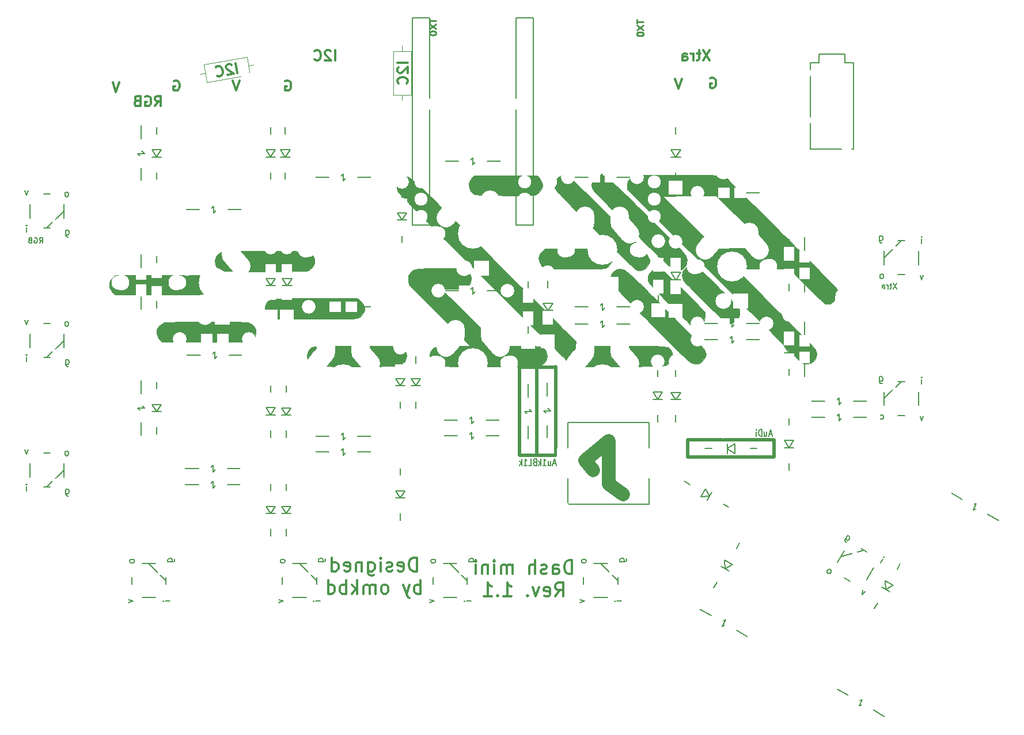
<source format=gbo>
G04 #@! TF.GenerationSoftware,KiCad,Pcbnew,(5.0.0)*
G04 #@! TF.CreationDate,2018-09-16T22:23:12+09:00*
G04 #@! TF.ProjectId,ergodash,6572676F646173682E6B696361645F70,2.0*
G04 #@! TF.SameCoordinates,Original*
G04 #@! TF.FileFunction,Legend,Bot*
G04 #@! TF.FilePolarity,Positive*
%FSLAX46Y46*%
G04 Gerber Fmt 4.6, Leading zero omitted, Abs format (unit mm)*
G04 Created by KiCad (PCBNEW (5.0.0)) date 09/16/18 22:23:12*
%MOMM*%
%LPD*%
G01*
G04 APERTURE LIST*
%ADD10C,0.200000*%
%ADD11C,0.500000*%
%ADD12C,0.300000*%
%ADD13C,2.000000*%
%ADD14C,0.250000*%
%ADD15C,0.150000*%
%ADD16C,0.010000*%
%ADD17C,0.120000*%
%ADD18C,1.600000*%
%ADD19C,0.100000*%
%ADD20C,2.000000*%
%ADD21R,2.000000X1.600000*%
%ADD22O,2.000000X2.000000*%
%ADD23R,2.000000X2.000000*%
%ADD24R,1.600000X2.000000*%
%ADD25R,1.800000X1.600000*%
%ADD26R,1.600000X1.800000*%
%ADD27C,4.387800*%
%ADD28C,3.448000*%
%ADD29R,1.800000X2.200000*%
%ADD30C,1.800000*%
%ADD31R,2.200000X1.800000*%
%ADD32C,2.305000*%
%ADD33R,1.924000X1.924000*%
%ADD34C,4.400000*%
%ADD35C,2.300000*%
%ADD36C,2.800000*%
%ADD37C,2.800000*%
%ADD38C,2.700000*%
%ADD39C,2.700000*%
%ADD40C,2.100000*%
%ADD41O,2.700000X3.737000*%
%ADD42R,1.300000X1.200000*%
%ADD43R,2.305000X2.305000*%
%ADD44C,1.924000*%
%ADD45C,5.400000*%
%ADD46C,2.200000*%
%ADD47R,2.800000X4.400000*%
%ADD48C,1.610000*%
%ADD49O,1.700000X2.600000*%
G04 APERTURE END LIST*
D10*
X188086857Y-118403666D02*
X187705904Y-118403666D01*
X188163047Y-118689380D02*
X187896380Y-117689380D01*
X187629714Y-118689380D01*
X187020190Y-118022714D02*
X187020190Y-118689380D01*
X187363047Y-118022714D02*
X187363047Y-118546523D01*
X187324952Y-118641761D01*
X187248761Y-118689380D01*
X187134476Y-118689380D01*
X187058285Y-118641761D01*
X187020190Y-118594142D01*
X186639238Y-118689380D02*
X186639238Y-117689380D01*
X186448761Y-117689380D01*
X186334476Y-117737000D01*
X186258285Y-117832238D01*
X186220190Y-117927476D01*
X186182095Y-118117952D01*
X186182095Y-118260809D01*
X186220190Y-118451285D01*
X186258285Y-118546523D01*
X186334476Y-118641761D01*
X186448761Y-118689380D01*
X186639238Y-118689380D01*
X185839238Y-118689380D02*
X185839238Y-118022714D01*
X185839238Y-117689380D02*
X185877333Y-117737000D01*
X185839238Y-117784619D01*
X185801142Y-117737000D01*
X185839238Y-117689380D01*
X185839238Y-117784619D01*
D11*
X175768000Y-121793000D02*
X188468000Y-121793000D01*
X188468000Y-119253000D02*
X188468000Y-121793000D01*
X175768000Y-119253000D02*
X188468000Y-119253000D01*
X175768000Y-119253000D02*
X175768000Y-121793000D01*
D10*
X156324142Y-122721666D02*
X155943190Y-122721666D01*
X156400333Y-123007380D02*
X156133666Y-122007380D01*
X155867000Y-123007380D01*
X155257476Y-122340714D02*
X155257476Y-123007380D01*
X155600333Y-122340714D02*
X155600333Y-122864523D01*
X155562238Y-122959761D01*
X155486047Y-123007380D01*
X155371761Y-123007380D01*
X155295571Y-122959761D01*
X155257476Y-122912142D01*
X154457476Y-123007380D02*
X154914619Y-123007380D01*
X154686047Y-123007380D02*
X154686047Y-122007380D01*
X154762238Y-122150238D01*
X154838428Y-122245476D01*
X154914619Y-122293095D01*
X154114619Y-123007380D02*
X154114619Y-122007380D01*
X154038428Y-122626428D02*
X153809857Y-123007380D01*
X153809857Y-122340714D02*
X154114619Y-122721666D01*
D11*
X156337000Y-108458000D02*
X156337000Y-121412000D01*
D12*
X109542056Y-65290908D02*
X109281584Y-63813697D01*
X108673300Y-64066015D02*
X108590553Y-64008075D01*
X108437463Y-63962538D01*
X108085746Y-64024555D01*
X107957462Y-64119706D01*
X107899523Y-64202452D01*
X107853986Y-64355543D01*
X107878793Y-64496229D01*
X107986347Y-64694856D01*
X108979309Y-65390136D01*
X108064844Y-65551381D01*
X106562826Y-65671166D02*
X106645573Y-65729106D01*
X106869007Y-65762239D01*
X107009693Y-65737432D01*
X107208320Y-65629879D01*
X107324200Y-65464385D01*
X107369737Y-65311295D01*
X107390466Y-65017517D01*
X107353256Y-64806487D01*
X107233299Y-64537517D01*
X107138148Y-64409234D01*
X106972655Y-64293354D01*
X106749221Y-64260221D01*
X106608534Y-64285027D01*
X106409907Y-64392581D01*
X106351967Y-64475328D01*
X134568755Y-63793631D02*
X133068755Y-63793631D01*
X133211612Y-64436488D02*
X133140184Y-64507917D01*
X133068755Y-64650774D01*
X133068755Y-65007917D01*
X133140184Y-65150774D01*
X133211612Y-65222202D01*
X133354469Y-65293631D01*
X133497326Y-65293631D01*
X133711612Y-65222202D01*
X134568755Y-64365059D01*
X134568755Y-65293631D01*
X134425898Y-66793631D02*
X134497326Y-66722202D01*
X134568755Y-66507917D01*
X134568755Y-66365059D01*
X134497326Y-66150774D01*
X134354469Y-66007917D01*
X134211612Y-65936488D01*
X133925898Y-65865059D01*
X133711612Y-65865059D01*
X133425898Y-65936488D01*
X133283041Y-66007917D01*
X133140184Y-66150774D01*
X133068755Y-66365059D01*
X133068755Y-66507917D01*
X133140184Y-66722202D01*
X133211612Y-66793631D01*
X123892285Y-63416571D02*
X123892285Y-61916571D01*
X123249428Y-62059428D02*
X123178000Y-61988000D01*
X123035142Y-61916571D01*
X122678000Y-61916571D01*
X122535142Y-61988000D01*
X122463714Y-62059428D01*
X122392285Y-62202285D01*
X122392285Y-62345142D01*
X122463714Y-62559428D01*
X123320857Y-63416571D01*
X122392285Y-63416571D01*
X120892285Y-63273714D02*
X120963714Y-63345142D01*
X121178000Y-63416571D01*
X121320857Y-63416571D01*
X121535142Y-63345142D01*
X121678000Y-63202285D01*
X121749428Y-63059428D01*
X121820857Y-62773714D01*
X121820857Y-62559428D01*
X121749428Y-62273714D01*
X121678000Y-62130857D01*
X121535142Y-61988000D01*
X121320857Y-61916571D01*
X121178000Y-61916571D01*
X120963714Y-61988000D01*
X120892285Y-62059428D01*
D13*
X166260402Y-127250632D02*
X164101402Y-125726632D01*
X160672402Y-122297632D02*
X161815402Y-123694632D01*
X164101402Y-119376632D02*
X160672402Y-122297632D01*
X164101402Y-125726632D02*
X164101402Y-119376632D01*
D11*
X151003000Y-108585000D02*
X151003000Y-121539000D01*
X153543000Y-121412000D02*
X153543000Y-108458000D01*
X151003000Y-121539000D02*
X156337000Y-121539000D01*
X151003000Y-108585147D02*
X156210000Y-108585000D01*
D12*
X135905095Y-138573761D02*
X135905095Y-136573761D01*
X135428904Y-136573761D01*
X135143190Y-136669000D01*
X134952714Y-136859476D01*
X134857476Y-137049952D01*
X134762238Y-137430904D01*
X134762238Y-137716619D01*
X134857476Y-138097571D01*
X134952714Y-138288047D01*
X135143190Y-138478523D01*
X135428904Y-138573761D01*
X135905095Y-138573761D01*
X133143190Y-138478523D02*
X133333666Y-138573761D01*
X133714619Y-138573761D01*
X133905095Y-138478523D01*
X134000333Y-138288047D01*
X134000333Y-137526142D01*
X133905095Y-137335666D01*
X133714619Y-137240428D01*
X133333666Y-137240428D01*
X133143190Y-137335666D01*
X133047952Y-137526142D01*
X133047952Y-137716619D01*
X134000333Y-137907095D01*
X132286047Y-138478523D02*
X132095571Y-138573761D01*
X131714619Y-138573761D01*
X131524142Y-138478523D01*
X131428904Y-138288047D01*
X131428904Y-138192809D01*
X131524142Y-138002333D01*
X131714619Y-137907095D01*
X132000333Y-137907095D01*
X132190809Y-137811857D01*
X132286047Y-137621380D01*
X132286047Y-137526142D01*
X132190809Y-137335666D01*
X132000333Y-137240428D01*
X131714619Y-137240428D01*
X131524142Y-137335666D01*
X130571761Y-138573761D02*
X130571761Y-137240428D01*
X130571761Y-136573761D02*
X130667000Y-136669000D01*
X130571761Y-136764238D01*
X130476523Y-136669000D01*
X130571761Y-136573761D01*
X130571761Y-136764238D01*
X128762238Y-137240428D02*
X128762238Y-138859476D01*
X128857476Y-139049952D01*
X128952714Y-139145190D01*
X129143190Y-139240428D01*
X129428904Y-139240428D01*
X129619380Y-139145190D01*
X128762238Y-138478523D02*
X128952714Y-138573761D01*
X129333666Y-138573761D01*
X129524142Y-138478523D01*
X129619380Y-138383285D01*
X129714619Y-138192809D01*
X129714619Y-137621380D01*
X129619380Y-137430904D01*
X129524142Y-137335666D01*
X129333666Y-137240428D01*
X128952714Y-137240428D01*
X128762238Y-137335666D01*
X127809857Y-137240428D02*
X127809857Y-138573761D01*
X127809857Y-137430904D02*
X127714619Y-137335666D01*
X127524142Y-137240428D01*
X127238428Y-137240428D01*
X127047952Y-137335666D01*
X126952714Y-137526142D01*
X126952714Y-138573761D01*
X125238428Y-138478523D02*
X125428904Y-138573761D01*
X125809857Y-138573761D01*
X126000333Y-138478523D01*
X126095571Y-138288047D01*
X126095571Y-137526142D01*
X126000333Y-137335666D01*
X125809857Y-137240428D01*
X125428904Y-137240428D01*
X125238428Y-137335666D01*
X125143190Y-137526142D01*
X125143190Y-137716619D01*
X126095571Y-137907095D01*
X123428904Y-138573761D02*
X123428904Y-136573761D01*
X123428904Y-138478523D02*
X123619380Y-138573761D01*
X124000333Y-138573761D01*
X124190809Y-138478523D01*
X124286047Y-138383285D01*
X124381285Y-138192809D01*
X124381285Y-137621380D01*
X124286047Y-137430904D01*
X124190809Y-137335666D01*
X124000333Y-137240428D01*
X123619380Y-137240428D01*
X123428904Y-137335666D01*
X136476523Y-141873761D02*
X136476523Y-139873761D01*
X136476523Y-140635666D02*
X136286047Y-140540428D01*
X135905095Y-140540428D01*
X135714619Y-140635666D01*
X135619380Y-140730904D01*
X135524142Y-140921380D01*
X135524142Y-141492809D01*
X135619380Y-141683285D01*
X135714619Y-141778523D01*
X135905095Y-141873761D01*
X136286047Y-141873761D01*
X136476523Y-141778523D01*
X134857476Y-140540428D02*
X134381285Y-141873761D01*
X133905095Y-140540428D02*
X134381285Y-141873761D01*
X134571761Y-142349952D01*
X134667000Y-142445190D01*
X134857476Y-142540428D01*
X131333666Y-141873761D02*
X131524142Y-141778523D01*
X131619380Y-141683285D01*
X131714619Y-141492809D01*
X131714619Y-140921380D01*
X131619380Y-140730904D01*
X131524142Y-140635666D01*
X131333666Y-140540428D01*
X131047952Y-140540428D01*
X130857476Y-140635666D01*
X130762238Y-140730904D01*
X130667000Y-140921380D01*
X130667000Y-141492809D01*
X130762238Y-141683285D01*
X130857476Y-141778523D01*
X131047952Y-141873761D01*
X131333666Y-141873761D01*
X129809857Y-141873761D02*
X129809857Y-140540428D01*
X129809857Y-140730904D02*
X129714619Y-140635666D01*
X129524142Y-140540428D01*
X129238428Y-140540428D01*
X129047952Y-140635666D01*
X128952714Y-140826142D01*
X128952714Y-141873761D01*
X128952714Y-140826142D02*
X128857476Y-140635666D01*
X128667000Y-140540428D01*
X128381285Y-140540428D01*
X128190809Y-140635666D01*
X128095571Y-140826142D01*
X128095571Y-141873761D01*
X127143190Y-141873761D02*
X127143190Y-139873761D01*
X126952714Y-141111857D02*
X126381285Y-141873761D01*
X126381285Y-140540428D02*
X127143190Y-141302333D01*
X125524142Y-141873761D02*
X125524142Y-139873761D01*
X125524142Y-140635666D02*
X125333666Y-140540428D01*
X124952714Y-140540428D01*
X124762238Y-140635666D01*
X124667000Y-140730904D01*
X124571761Y-140921380D01*
X124571761Y-141492809D01*
X124667000Y-141683285D01*
X124762238Y-141778523D01*
X124952714Y-141873761D01*
X125333666Y-141873761D01*
X125524142Y-141778523D01*
X122857476Y-141873761D02*
X122857476Y-139873761D01*
X122857476Y-141778523D02*
X123047952Y-141873761D01*
X123428904Y-141873761D01*
X123619380Y-141778523D01*
X123714619Y-141683285D01*
X123809857Y-141492809D01*
X123809857Y-140921380D01*
X123714619Y-140730904D01*
X123619380Y-140635666D01*
X123428904Y-140540428D01*
X123047952Y-140540428D01*
X122857476Y-140635666D01*
D10*
X153244428Y-122483571D02*
X153130142Y-122531190D01*
X153092047Y-122578809D01*
X153053952Y-122674047D01*
X153053952Y-122816904D01*
X153092047Y-122912142D01*
X153130142Y-122959761D01*
X153206333Y-123007380D01*
X153511095Y-123007380D01*
X153511095Y-122007380D01*
X153244428Y-122007380D01*
X153168238Y-122055000D01*
X153130142Y-122102619D01*
X153092047Y-122197857D01*
X153092047Y-122293095D01*
X153130142Y-122388333D01*
X153168238Y-122435952D01*
X153244428Y-122483571D01*
X153511095Y-122483571D01*
X152330142Y-123007380D02*
X152711095Y-123007380D01*
X152711095Y-122007380D01*
X151644428Y-123007380D02*
X152101571Y-123007380D01*
X151873000Y-123007380D02*
X151873000Y-122007380D01*
X151949190Y-122150238D01*
X152025380Y-122245476D01*
X152101571Y-122293095D01*
X151301571Y-123007380D02*
X151301571Y-122007380D01*
X151225380Y-122626428D02*
X150996809Y-123007380D01*
X150996809Y-122340714D02*
X151301571Y-122721666D01*
D12*
X158733238Y-138954761D02*
X158733238Y-136954761D01*
X158257047Y-136954761D01*
X157971333Y-137050000D01*
X157780857Y-137240476D01*
X157685619Y-137430952D01*
X157590380Y-137811904D01*
X157590380Y-138097619D01*
X157685619Y-138478571D01*
X157780857Y-138669047D01*
X157971333Y-138859523D01*
X158257047Y-138954761D01*
X158733238Y-138954761D01*
X155876095Y-138954761D02*
X155876095Y-137907142D01*
X155971333Y-137716666D01*
X156161809Y-137621428D01*
X156542761Y-137621428D01*
X156733238Y-137716666D01*
X155876095Y-138859523D02*
X156066571Y-138954761D01*
X156542761Y-138954761D01*
X156733238Y-138859523D01*
X156828476Y-138669047D01*
X156828476Y-138478571D01*
X156733238Y-138288095D01*
X156542761Y-138192857D01*
X156066571Y-138192857D01*
X155876095Y-138097619D01*
X155018952Y-138859523D02*
X154828476Y-138954761D01*
X154447523Y-138954761D01*
X154257047Y-138859523D01*
X154161809Y-138669047D01*
X154161809Y-138573809D01*
X154257047Y-138383333D01*
X154447523Y-138288095D01*
X154733238Y-138288095D01*
X154923714Y-138192857D01*
X155018952Y-138002380D01*
X155018952Y-137907142D01*
X154923714Y-137716666D01*
X154733238Y-137621428D01*
X154447523Y-137621428D01*
X154257047Y-137716666D01*
X153304666Y-138954761D02*
X153304666Y-136954761D01*
X152447523Y-138954761D02*
X152447523Y-137907142D01*
X152542761Y-137716666D01*
X152733238Y-137621428D01*
X153018952Y-137621428D01*
X153209428Y-137716666D01*
X153304666Y-137811904D01*
X149971333Y-138954761D02*
X149971333Y-137621428D01*
X149971333Y-137811904D02*
X149876095Y-137716666D01*
X149685619Y-137621428D01*
X149399904Y-137621428D01*
X149209428Y-137716666D01*
X149114190Y-137907142D01*
X149114190Y-138954761D01*
X149114190Y-137907142D02*
X149018952Y-137716666D01*
X148828476Y-137621428D01*
X148542761Y-137621428D01*
X148352285Y-137716666D01*
X148257047Y-137907142D01*
X148257047Y-138954761D01*
X147304666Y-138954761D02*
X147304666Y-137621428D01*
X147304666Y-136954761D02*
X147399904Y-137050000D01*
X147304666Y-137145238D01*
X147209428Y-137050000D01*
X147304666Y-136954761D01*
X147304666Y-137145238D01*
X146352285Y-137621428D02*
X146352285Y-138954761D01*
X146352285Y-137811904D02*
X146257047Y-137716666D01*
X146066571Y-137621428D01*
X145780857Y-137621428D01*
X145590380Y-137716666D01*
X145495142Y-137907142D01*
X145495142Y-138954761D01*
X144542761Y-138954761D02*
X144542761Y-137621428D01*
X144542761Y-136954761D02*
X144638000Y-137050000D01*
X144542761Y-137145238D01*
X144447523Y-137050000D01*
X144542761Y-136954761D01*
X144542761Y-137145238D01*
X156257047Y-142254761D02*
X156923714Y-141302380D01*
X157399904Y-142254761D02*
X157399904Y-140254761D01*
X156638000Y-140254761D01*
X156447523Y-140350000D01*
X156352285Y-140445238D01*
X156257047Y-140635714D01*
X156257047Y-140921428D01*
X156352285Y-141111904D01*
X156447523Y-141207142D01*
X156638000Y-141302380D01*
X157399904Y-141302380D01*
X154638000Y-142159523D02*
X154828476Y-142254761D01*
X155209428Y-142254761D01*
X155399904Y-142159523D01*
X155495142Y-141969047D01*
X155495142Y-141207142D01*
X155399904Y-141016666D01*
X155209428Y-140921428D01*
X154828476Y-140921428D01*
X154638000Y-141016666D01*
X154542761Y-141207142D01*
X154542761Y-141397619D01*
X155495142Y-141588095D01*
X153876095Y-140921428D02*
X153399904Y-142254761D01*
X152923714Y-140921428D01*
X152161809Y-142064285D02*
X152066571Y-142159523D01*
X152161809Y-142254761D01*
X152257047Y-142159523D01*
X152161809Y-142064285D01*
X152161809Y-142254761D01*
X148638000Y-142254761D02*
X149780857Y-142254761D01*
X149209428Y-142254761D02*
X149209428Y-140254761D01*
X149399904Y-140540476D01*
X149590380Y-140730952D01*
X149780857Y-140826190D01*
X147780857Y-142064285D02*
X147685619Y-142159523D01*
X147780857Y-142254761D01*
X147876095Y-142159523D01*
X147780857Y-142064285D01*
X147780857Y-142254761D01*
X145780857Y-142254761D02*
X146923714Y-142254761D01*
X146352285Y-142254761D02*
X146352285Y-140254761D01*
X146542761Y-140540476D01*
X146733238Y-140730952D01*
X146923714Y-140826190D01*
D10*
X206463761Y-96208904D02*
X205930428Y-97008904D01*
X205930428Y-96208904D02*
X206463761Y-97008904D01*
X205739952Y-96475571D02*
X205435190Y-96475571D01*
X205625666Y-96208904D02*
X205625666Y-96894619D01*
X205587571Y-96970809D01*
X205511380Y-97008904D01*
X205435190Y-97008904D01*
X205168523Y-97008904D02*
X205168523Y-96475571D01*
X205168523Y-96627952D02*
X205130428Y-96551761D01*
X205092333Y-96513666D01*
X205016142Y-96475571D01*
X204939952Y-96475571D01*
X204330428Y-97008904D02*
X204330428Y-96589857D01*
X204368523Y-96513666D01*
X204444714Y-96475571D01*
X204597095Y-96475571D01*
X204673285Y-96513666D01*
X204330428Y-96970809D02*
X204406619Y-97008904D01*
X204597095Y-97008904D01*
X204673285Y-96970809D01*
X204711380Y-96894619D01*
X204711380Y-96818428D01*
X204673285Y-96742238D01*
X204597095Y-96704142D01*
X204406619Y-96704142D01*
X204330428Y-96666047D01*
X80435380Y-90277904D02*
X80702047Y-89896952D01*
X80892523Y-90277904D02*
X80892523Y-89477904D01*
X80587761Y-89477904D01*
X80511571Y-89516000D01*
X80473476Y-89554095D01*
X80435380Y-89630285D01*
X80435380Y-89744571D01*
X80473476Y-89820761D01*
X80511571Y-89858857D01*
X80587761Y-89896952D01*
X80892523Y-89896952D01*
X79673476Y-89516000D02*
X79749666Y-89477904D01*
X79863952Y-89477904D01*
X79978238Y-89516000D01*
X80054428Y-89592190D01*
X80092523Y-89668380D01*
X80130619Y-89820761D01*
X80130619Y-89935047D01*
X80092523Y-90087428D01*
X80054428Y-90163619D01*
X79978238Y-90239809D01*
X79863952Y-90277904D01*
X79787761Y-90277904D01*
X79673476Y-90239809D01*
X79635380Y-90201714D01*
X79635380Y-89935047D01*
X79787761Y-89935047D01*
X79025857Y-89858857D02*
X78911571Y-89896952D01*
X78873476Y-89935047D01*
X78835380Y-90011238D01*
X78835380Y-90125523D01*
X78873476Y-90201714D01*
X78911571Y-90239809D01*
X78987761Y-90277904D01*
X79292523Y-90277904D01*
X79292523Y-89477904D01*
X79025857Y-89477904D01*
X78949666Y-89516000D01*
X78911571Y-89554095D01*
X78873476Y-89630285D01*
X78873476Y-89706476D01*
X78911571Y-89782666D01*
X78949666Y-89820761D01*
X79025857Y-89858857D01*
X79292523Y-89858857D01*
D12*
X97428714Y-70147571D02*
X97928714Y-69433285D01*
X98285857Y-70147571D02*
X98285857Y-68647571D01*
X97714428Y-68647571D01*
X97571571Y-68719000D01*
X97500142Y-68790428D01*
X97428714Y-68933285D01*
X97428714Y-69147571D01*
X97500142Y-69290428D01*
X97571571Y-69361857D01*
X97714428Y-69433285D01*
X98285857Y-69433285D01*
X96000142Y-68719000D02*
X96143000Y-68647571D01*
X96357285Y-68647571D01*
X96571571Y-68719000D01*
X96714428Y-68861857D01*
X96785857Y-69004714D01*
X96857285Y-69290428D01*
X96857285Y-69504714D01*
X96785857Y-69790428D01*
X96714428Y-69933285D01*
X96571571Y-70076142D01*
X96357285Y-70147571D01*
X96214428Y-70147571D01*
X96000142Y-70076142D01*
X95928714Y-70004714D01*
X95928714Y-69504714D01*
X96214428Y-69504714D01*
X94785857Y-69361857D02*
X94571571Y-69433285D01*
X94500142Y-69504714D01*
X94428714Y-69647571D01*
X94428714Y-69861857D01*
X94500142Y-70004714D01*
X94571571Y-70076142D01*
X94714428Y-70147571D01*
X95285857Y-70147571D01*
X95285857Y-68647571D01*
X94785857Y-68647571D01*
X94643000Y-68719000D01*
X94571571Y-68790428D01*
X94500142Y-68933285D01*
X94500142Y-69076142D01*
X94571571Y-69219000D01*
X94643000Y-69290428D01*
X94785857Y-69361857D01*
X95285857Y-69361857D01*
X178982428Y-61916571D02*
X177982428Y-63416571D01*
X177982428Y-61916571D02*
X178982428Y-63416571D01*
X177625285Y-62416571D02*
X177053857Y-62416571D01*
X177411000Y-61916571D02*
X177411000Y-63202285D01*
X177339571Y-63345142D01*
X177196714Y-63416571D01*
X177053857Y-63416571D01*
X176553857Y-63416571D02*
X176553857Y-62416571D01*
X176553857Y-62702285D02*
X176482428Y-62559428D01*
X176411000Y-62488000D01*
X176268142Y-62416571D01*
X176125285Y-62416571D01*
X174982428Y-63416571D02*
X174982428Y-62630857D01*
X175053857Y-62488000D01*
X175196714Y-62416571D01*
X175482428Y-62416571D01*
X175625285Y-62488000D01*
X174982428Y-63345142D02*
X175125285Y-63416571D01*
X175482428Y-63416571D01*
X175625285Y-63345142D01*
X175696714Y-63202285D01*
X175696714Y-63059428D01*
X175625285Y-62916571D01*
X175482428Y-62845142D01*
X175125285Y-62845142D01*
X174982428Y-62773714D01*
X179058142Y-66052000D02*
X179201000Y-65980571D01*
X179415285Y-65980571D01*
X179629571Y-66052000D01*
X179772428Y-66194857D01*
X179843857Y-66337714D01*
X179915285Y-66623428D01*
X179915285Y-66837714D01*
X179843857Y-67123428D01*
X179772428Y-67266285D01*
X179629571Y-67409142D01*
X179415285Y-67480571D01*
X179272428Y-67480571D01*
X179058142Y-67409142D01*
X178986714Y-67337714D01*
X178986714Y-66837714D01*
X179272428Y-66837714D01*
X173871000Y-66107571D02*
X174371000Y-67607571D01*
X174871000Y-66107571D01*
X91194000Y-66615571D02*
X91694000Y-68115571D01*
X92194000Y-66615571D01*
X100191142Y-66433000D02*
X100334000Y-66361571D01*
X100548285Y-66361571D01*
X100762571Y-66433000D01*
X100905428Y-66575857D01*
X100976857Y-66718714D01*
X101048285Y-67004428D01*
X101048285Y-67218714D01*
X100976857Y-67504428D01*
X100905428Y-67647285D01*
X100762571Y-67790142D01*
X100548285Y-67861571D01*
X100405428Y-67861571D01*
X100191142Y-67790142D01*
X100119714Y-67718714D01*
X100119714Y-67218714D01*
X100405428Y-67218714D01*
D14*
X168235380Y-57435904D02*
X168235380Y-58007333D01*
X169235380Y-57721619D02*
X168235380Y-57721619D01*
X168235380Y-58245428D02*
X169235380Y-58912095D01*
X168235380Y-58912095D02*
X169235380Y-58245428D01*
X168235380Y-59483523D02*
X168235380Y-59578761D01*
X168283000Y-59674000D01*
X168330619Y-59721619D01*
X168425857Y-59769238D01*
X168616333Y-59816857D01*
X168854428Y-59816857D01*
X169044904Y-59769238D01*
X169140142Y-59721619D01*
X169187761Y-59674000D01*
X169235380Y-59578761D01*
X169235380Y-59483523D01*
X169187761Y-59388285D01*
X169140142Y-59340666D01*
X169044904Y-59293047D01*
X168854428Y-59245428D01*
X168616333Y-59245428D01*
X168425857Y-59293047D01*
X168330619Y-59340666D01*
X168283000Y-59388285D01*
X168235380Y-59483523D01*
X137755380Y-57308904D02*
X137755380Y-57880333D01*
X138755380Y-57594619D02*
X137755380Y-57594619D01*
X137755380Y-58118428D02*
X138755380Y-58785095D01*
X137755380Y-58785095D02*
X138755380Y-58118428D01*
X137755380Y-59356523D02*
X137755380Y-59451761D01*
X137803000Y-59547000D01*
X137850619Y-59594619D01*
X137945857Y-59642238D01*
X138136333Y-59689857D01*
X138374428Y-59689857D01*
X138564904Y-59642238D01*
X138660142Y-59594619D01*
X138707761Y-59547000D01*
X138755380Y-59451761D01*
X138755380Y-59356523D01*
X138707761Y-59261285D01*
X138660142Y-59213666D01*
X138564904Y-59166047D01*
X138374428Y-59118428D01*
X138136333Y-59118428D01*
X137945857Y-59166047D01*
X137850619Y-59213666D01*
X137803000Y-59261285D01*
X137755380Y-59356523D01*
D12*
X108847000Y-66361571D02*
X109347000Y-67861571D01*
X109847000Y-66361571D01*
X116574142Y-66433000D02*
X116717000Y-66361571D01*
X116931285Y-66361571D01*
X117145571Y-66433000D01*
X117288428Y-66575857D01*
X117359857Y-66718714D01*
X117431285Y-67004428D01*
X117431285Y-67218714D01*
X117359857Y-67504428D01*
X117288428Y-67647285D01*
X117145571Y-67790142D01*
X116931285Y-67861571D01*
X116788428Y-67861571D01*
X116574142Y-67790142D01*
X116502714Y-67718714D01*
X116502714Y-67218714D01*
X116788428Y-67218714D01*
D15*
G04 #@! TO.C,D68*
X203200000Y-144061148D02*
X203682600Y-143225260D01*
X204228733Y-140856930D02*
X205449569Y-141561780D01*
X204844650Y-141212530D02*
X204760431Y-139961402D01*
X205970269Y-140659902D02*
X204861999Y-141207882D01*
X204760431Y-139961402D02*
X205970269Y-140659902D01*
X206521050Y-138308920D02*
X207010000Y-137462034D01*
G04 #@! TO.C,D1*
X178308000Y-120523000D02*
X179273200Y-120523000D01*
X181597300Y-119811800D02*
X181597300Y-121221500D01*
X181597300Y-120523000D02*
X182638700Y-119824500D01*
X182638700Y-121221500D02*
X181610000Y-120535700D01*
X182638700Y-119824500D02*
X182638700Y-121221500D01*
X184950100Y-120523000D02*
X185928000Y-120523000D01*
G04 #@! TO.C,D34*
X179578000Y-141013148D02*
X180060600Y-140177260D01*
X180606733Y-137808930D02*
X181827569Y-138513780D01*
X181222650Y-138164530D02*
X181138431Y-136913402D01*
X182348269Y-137611902D02*
X181239999Y-138159882D01*
X181138431Y-136913402D02*
X182348269Y-137611902D01*
X182899050Y-135260920D02*
X183388000Y-134414034D01*
G04 #@! TO.C,D33*
X181780148Y-129159000D02*
X180944260Y-128676400D01*
X178575930Y-128130267D02*
X179280780Y-126909431D01*
X178931530Y-127514350D02*
X177680402Y-127598569D01*
X178378902Y-126388731D02*
X178926882Y-127497001D01*
X177680402Y-127598569D02*
X178378902Y-126388731D01*
X176027920Y-125837950D02*
X175181034Y-125349000D01*
G04 #@! TO.C,D32*
X133477000Y-131064000D02*
X133477000Y-130098800D01*
X132765800Y-127774700D02*
X134175500Y-127774700D01*
X133477000Y-127774700D02*
X132778500Y-126733300D01*
X134175500Y-126733300D02*
X133489700Y-127762000D01*
X132778500Y-126733300D02*
X134175500Y-126733300D01*
X133477000Y-124421900D02*
X133477000Y-123444000D01*
G04 #@! TO.C,D31*
X116713000Y-133350000D02*
X116713000Y-132384800D01*
X116001800Y-130060700D02*
X117411500Y-130060700D01*
X116713000Y-130060700D02*
X116014500Y-129019300D01*
X117411500Y-129019300D02*
X116725700Y-130048000D01*
X116014500Y-129019300D02*
X117411500Y-129019300D01*
X116713000Y-126707900D02*
X116713000Y-125730000D01*
G04 #@! TO.C,D30*
X114427000Y-133350000D02*
X114427000Y-132384800D01*
X113715800Y-130060700D02*
X115125500Y-130060700D01*
X114427000Y-130060700D02*
X113728500Y-129019300D01*
X115125500Y-129019300D02*
X114439700Y-130048000D01*
X113728500Y-129019300D02*
X115125500Y-129019300D01*
X114427000Y-126707900D02*
X114427000Y-125730000D01*
G04 #@! TO.C,D29*
X97663000Y-118364000D02*
X97663000Y-117398800D01*
X96951800Y-115074700D02*
X98361500Y-115074700D01*
X97663000Y-115074700D02*
X96964500Y-114033300D01*
X98361500Y-114033300D02*
X97675700Y-115062000D01*
X96964500Y-114033300D02*
X98361500Y-114033300D01*
X97663000Y-111721900D02*
X97663000Y-110744000D01*
G04 #@! TO.C,D28*
X190627000Y-123677000D02*
X190627000Y-122711800D01*
X189915800Y-120387700D02*
X191325500Y-120387700D01*
X190627000Y-120387700D02*
X189928500Y-119346300D01*
X191325500Y-119346300D02*
X190639700Y-120375000D01*
X189928500Y-119346300D02*
X191325500Y-119346300D01*
X190627000Y-117034900D02*
X190627000Y-116057000D01*
G04 #@! TO.C,D27*
X190627000Y-109749000D02*
X190627000Y-108783800D01*
X189915800Y-106459700D02*
X191325500Y-106459700D01*
X190627000Y-106459700D02*
X189928500Y-105418300D01*
X191325500Y-105418300D02*
X190639700Y-106447000D01*
X189928500Y-105418300D02*
X191325500Y-105418300D01*
X190627000Y-103106900D02*
X190627000Y-102129000D01*
G04 #@! TO.C,D26*
X190627000Y-97282000D02*
X190627000Y-96316800D01*
X189915800Y-93992700D02*
X191325500Y-93992700D01*
X190627000Y-93992700D02*
X189928500Y-92951300D01*
X191325500Y-92951300D02*
X190639700Y-93980000D01*
X189928500Y-92951300D02*
X191325500Y-92951300D01*
X190627000Y-90639900D02*
X190627000Y-89662000D01*
G04 #@! TO.C,D24*
X173990000Y-116586000D02*
X173990000Y-115620800D01*
X173278800Y-113296700D02*
X174688500Y-113296700D01*
X173990000Y-113296700D02*
X173291500Y-112255300D01*
X174688500Y-112255300D02*
X174002700Y-113284000D01*
X173291500Y-112255300D02*
X174688500Y-112255300D01*
X173990000Y-109943900D02*
X173990000Y-108966000D01*
G04 #@! TO.C,D23*
X173990000Y-98954000D02*
X173990000Y-97988800D01*
X173278800Y-95664700D02*
X174688500Y-95664700D01*
X173990000Y-95664700D02*
X173291500Y-94623300D01*
X174688500Y-94623300D02*
X174002700Y-95652000D01*
X173291500Y-94623300D02*
X174688500Y-94623300D01*
X173990000Y-92311900D02*
X173990000Y-91334000D01*
G04 #@! TO.C,D22*
X173990000Y-80899000D02*
X173990000Y-79933800D01*
X173278800Y-77609700D02*
X174688500Y-77609700D01*
X173990000Y-77609700D02*
X173291500Y-76568300D01*
X174688500Y-76568300D02*
X174002700Y-77597000D01*
X173291500Y-76568300D02*
X174688500Y-76568300D01*
X173990000Y-74256900D02*
X173990000Y-73279000D01*
G04 #@! TO.C,D20*
X171323000Y-116565000D02*
X171323000Y-115599800D01*
X170611800Y-113275700D02*
X172021500Y-113275700D01*
X171323000Y-113275700D02*
X170624500Y-112234300D01*
X172021500Y-112234300D02*
X171335700Y-113263000D01*
X170624500Y-112234300D02*
X172021500Y-112234300D01*
X171323000Y-109922900D02*
X171323000Y-108945000D01*
G04 #@! TO.C,D15*
X152273000Y-103526000D02*
X152273000Y-102560800D01*
X151561800Y-100236700D02*
X152971500Y-100236700D01*
X152273000Y-100236700D02*
X151574500Y-99195300D01*
X152971500Y-99195300D02*
X152285700Y-100224000D01*
X151574500Y-99195300D02*
X152971500Y-99195300D01*
X152273000Y-96883900D02*
X152273000Y-95906000D01*
G04 #@! TO.C,D14*
X133731000Y-90191000D02*
X133731000Y-89225800D01*
X133019800Y-86901700D02*
X134429500Y-86901700D01*
X133731000Y-86901700D02*
X133032500Y-85860300D01*
X134429500Y-85860300D02*
X133743700Y-86889000D01*
X133032500Y-85860300D02*
X134429500Y-85860300D01*
X133731000Y-83548900D02*
X133731000Y-82571000D01*
G04 #@! TO.C,D12*
X133477000Y-114575000D02*
X133477000Y-113609800D01*
X132765800Y-111285700D02*
X134175500Y-111285700D01*
X133477000Y-111285700D02*
X132778500Y-110244300D01*
X134175500Y-110244300D02*
X133489700Y-111273000D01*
X132778500Y-110244300D02*
X134175500Y-110244300D01*
X133477000Y-107932900D02*
X133477000Y-106955000D01*
G04 #@! TO.C,D11*
X116840000Y-99822000D02*
X116840000Y-98856800D01*
X116128800Y-96532700D02*
X117538500Y-96532700D01*
X116840000Y-96532700D02*
X116141500Y-95491300D01*
X117538500Y-95491300D02*
X116852700Y-96520000D01*
X116141500Y-95491300D02*
X117538500Y-95491300D01*
X116840000Y-93179900D02*
X116840000Y-92202000D01*
G04 #@! TO.C,D10*
X116586000Y-80899000D02*
X116586000Y-79933800D01*
X115874800Y-77609700D02*
X117284500Y-77609700D01*
X116586000Y-77609700D02*
X115887500Y-76568300D01*
X117284500Y-76568300D02*
X116598700Y-77597000D01*
X115887500Y-76568300D02*
X117284500Y-76568300D01*
X116586000Y-74256900D02*
X116586000Y-73279000D01*
G04 #@! TO.C,D8*
X116713000Y-118872000D02*
X116713000Y-117906800D01*
X116001800Y-115582700D02*
X117411500Y-115582700D01*
X116713000Y-115582700D02*
X116014500Y-114541300D01*
X117411500Y-114541300D02*
X116725700Y-115570000D01*
X116014500Y-114541300D02*
X117411500Y-114541300D01*
X116713000Y-112229900D02*
X116713000Y-111252000D01*
G04 #@! TO.C,D7*
X114427000Y-99822000D02*
X114427000Y-98856800D01*
X113715800Y-96532700D02*
X115125500Y-96532700D01*
X114427000Y-96532700D02*
X113728500Y-95491300D01*
X115125500Y-95491300D02*
X114439700Y-96520000D01*
X113728500Y-95491300D02*
X115125500Y-95491300D01*
X114427000Y-93179900D02*
X114427000Y-92202000D01*
G04 #@! TO.C,D6*
X114427000Y-80899000D02*
X114427000Y-79933800D01*
X113715800Y-77609700D02*
X115125500Y-77609700D01*
X114427000Y-77609700D02*
X113728500Y-76568300D01*
X115125500Y-76568300D02*
X114439700Y-77597000D01*
X113728500Y-76568300D02*
X115125500Y-76568300D01*
X114427000Y-74256900D02*
X114427000Y-73279000D01*
G04 #@! TO.C,D4*
X114427000Y-118851000D02*
X114427000Y-117885800D01*
X113715800Y-115561700D02*
X115125500Y-115561700D01*
X114427000Y-115561700D02*
X113728500Y-114520300D01*
X115125500Y-114520300D02*
X114439700Y-115549000D01*
X113728500Y-114520300D02*
X115125500Y-114520300D01*
X114427000Y-112208900D02*
X114427000Y-111231000D01*
G04 #@! TO.C,D3*
X97663000Y-99822000D02*
X97663000Y-98856800D01*
X96951800Y-96532700D02*
X98361500Y-96532700D01*
X97663000Y-96532700D02*
X96964500Y-95491300D01*
X98361500Y-95491300D02*
X97675700Y-96520000D01*
X96964500Y-95491300D02*
X98361500Y-95491300D01*
X97663000Y-93179900D02*
X97663000Y-92202000D01*
G04 #@! TO.C,D2*
X97663000Y-80899000D02*
X97663000Y-79933800D01*
X96951800Y-77609700D02*
X98361500Y-77609700D01*
X97663000Y-77609700D02*
X96964500Y-76568300D01*
X98361500Y-76568300D02*
X97675700Y-77597000D01*
X96964500Y-76568300D02*
X98361500Y-76568300D01*
X97663000Y-74256900D02*
X97663000Y-73279000D01*
G04 #@! TO.C,D16*
X135763000Y-114575000D02*
X135763000Y-113609800D01*
X135051800Y-111285700D02*
X136461500Y-111285700D01*
X135763000Y-111285700D02*
X135064500Y-110244300D01*
X136461500Y-110244300D02*
X135775700Y-111273000D01*
X135064500Y-110244300D02*
X136461500Y-110244300D01*
X135763000Y-107932900D02*
X135763000Y-106955000D01*
G04 #@! TO.C,D18*
X155194000Y-103484000D02*
X155194000Y-102518800D01*
X154482800Y-100194700D02*
X155892500Y-100194700D01*
X155194000Y-100194700D02*
X154495500Y-99153300D01*
X155892500Y-99153300D02*
X155206700Y-100182000D01*
X154495500Y-99153300D02*
X155892500Y-99153300D01*
X155194000Y-96841900D02*
X155194000Y-95864000D01*
G04 #@! TO.C,D19*
X171450000Y-98912000D02*
X171450000Y-97946800D01*
X170738800Y-95622700D02*
X172148500Y-95622700D01*
X171450000Y-95622700D02*
X170751500Y-94581300D01*
X172148500Y-94581300D02*
X171462700Y-95610000D01*
X170751500Y-94581300D02*
X172148500Y-94581300D01*
X171450000Y-92269900D02*
X171450000Y-91292000D01*
G04 #@! TO.C,R39*
X201598313Y-158154000D02*
X200915300Y-158337013D01*
X200915300Y-158337013D02*
X201415300Y-157470987D01*
X201415300Y-157470987D02*
X200732288Y-157654000D01*
X204802607Y-160004000D02*
X202983954Y-158954000D01*
X199337987Y-156849000D02*
X197614596Y-155854000D01*
G04 #@! TO.C,R38*
X197513000Y-115951000D02*
X198013000Y-115451000D01*
X198013000Y-115451000D02*
X198013000Y-116451000D01*
X198013000Y-116451000D02*
X198513000Y-115951000D01*
X193813000Y-115951000D02*
X195913000Y-115951000D01*
X200123000Y-115951000D02*
X202113000Y-115951000D01*
G04 #@! TO.C,R37*
X218362313Y-129325000D02*
X217679300Y-129508013D01*
X217679300Y-129508013D02*
X218179300Y-128641987D01*
X218179300Y-128641987D02*
X217496288Y-128825000D01*
X221566607Y-131175000D02*
X219747954Y-130125000D01*
X216101987Y-128020000D02*
X214378596Y-127025000D01*
G04 #@! TO.C,R14*
X197513000Y-113538000D02*
X198013000Y-113038000D01*
X198013000Y-113038000D02*
X198013000Y-114038000D01*
X198013000Y-114038000D02*
X198513000Y-113538000D01*
X193813000Y-113538000D02*
X195913000Y-113538000D01*
X200123000Y-113538000D02*
X202113000Y-113538000D01*
G04 #@! TO.C,R36*
X144498000Y-118618000D02*
X143998000Y-119118000D01*
X143998000Y-119118000D02*
X143998000Y-118118000D01*
X143998000Y-118118000D02*
X143498000Y-118618000D01*
X148198000Y-118618000D02*
X146098000Y-118618000D01*
X141888000Y-118618000D02*
X139898000Y-118618000D01*
G04 #@! TO.C,R35*
X125575000Y-121031000D02*
X125075000Y-121531000D01*
X125075000Y-121531000D02*
X125075000Y-120531000D01*
X125075000Y-120531000D02*
X124575000Y-121031000D01*
X129275000Y-121031000D02*
X127175000Y-121031000D01*
X122965000Y-121031000D02*
X120975000Y-121031000D01*
G04 #@! TO.C,R34*
X105438000Y-125857000D02*
X105938000Y-125357000D01*
X105938000Y-125357000D02*
X105938000Y-126357000D01*
X105938000Y-126357000D02*
X106438000Y-125857000D01*
X101738000Y-125857000D02*
X103838000Y-125857000D01*
X108048000Y-125857000D02*
X110038000Y-125857000D01*
G04 #@! TO.C,R33*
X105438000Y-123444000D02*
X105938000Y-122944000D01*
X105938000Y-122944000D02*
X105938000Y-123944000D01*
X105938000Y-123944000D02*
X106438000Y-123444000D01*
X101738000Y-123444000D02*
X103838000Y-123444000D01*
X108048000Y-123444000D02*
X110038000Y-123444000D01*
G04 #@! TO.C,R32*
X180640717Y-145937000D02*
X181323730Y-145753987D01*
X181323730Y-145753987D02*
X180823730Y-146620013D01*
X180823730Y-146620013D02*
X181506742Y-146437000D01*
X177436423Y-144087000D02*
X179255076Y-145137000D01*
X182901043Y-147242000D02*
X184624434Y-148237000D01*
G04 #@! TO.C,R31*
X182725000Y-104521000D02*
X182225000Y-105021000D01*
X182225000Y-105021000D02*
X182225000Y-104021000D01*
X182225000Y-104021000D02*
X181725000Y-104521000D01*
X186425000Y-104521000D02*
X184325000Y-104521000D01*
X180115000Y-104521000D02*
X178125000Y-104521000D01*
G04 #@! TO.C,R30*
X162715000Y-102235000D02*
X163215000Y-101735000D01*
X163215000Y-101735000D02*
X163215000Y-102735000D01*
X163215000Y-102735000D02*
X163715000Y-102235000D01*
X159015000Y-102235000D02*
X161115000Y-102235000D01*
X165325000Y-102235000D02*
X167315000Y-102235000D01*
G04 #@! TO.C,R29*
X144498000Y-116332000D02*
X143998000Y-116832000D01*
X143998000Y-116832000D02*
X143998000Y-115832000D01*
X143998000Y-115832000D02*
X143498000Y-116332000D01*
X148198000Y-116332000D02*
X146098000Y-116332000D01*
X141888000Y-116332000D02*
X139898000Y-116332000D01*
G04 #@! TO.C,R28*
X125575000Y-118745000D02*
X125075000Y-119245000D01*
X125075000Y-119245000D02*
X125075000Y-118245000D01*
X125075000Y-118245000D02*
X124575000Y-118745000D01*
X129275000Y-118745000D02*
X127175000Y-118745000D01*
X122965000Y-118745000D02*
X120975000Y-118745000D01*
G04 #@! TO.C,R27*
X95377000Y-114053000D02*
X95877000Y-114553000D01*
X95877000Y-114553000D02*
X94877000Y-114553000D01*
X94877000Y-114553000D02*
X95377000Y-115053000D01*
X95377000Y-110353000D02*
X95377000Y-112453000D01*
X95377000Y-116663000D02*
X95377000Y-118653000D01*
G04 #@! TO.C,R26*
X105692000Y-106807000D02*
X106192000Y-106307000D01*
X106192000Y-106307000D02*
X106192000Y-107307000D01*
X106192000Y-107307000D02*
X106692000Y-106807000D01*
X101992000Y-106807000D02*
X104092000Y-106807000D01*
X108302000Y-106807000D02*
X110292000Y-106807000D01*
G04 #@! TO.C,R25*
X192913000Y-106398000D02*
X192413000Y-105898000D01*
X192413000Y-105898000D02*
X193413000Y-105898000D01*
X193413000Y-105898000D02*
X192913000Y-105398000D01*
X192913000Y-110098000D02*
X192913000Y-107998000D01*
X192913000Y-103788000D02*
X192913000Y-101798000D01*
G04 #@! TO.C,R24*
X182725000Y-102108000D02*
X182225000Y-102608000D01*
X182225000Y-102608000D02*
X182225000Y-101608000D01*
X182225000Y-101608000D02*
X181725000Y-102108000D01*
X186425000Y-102108000D02*
X184325000Y-102108000D01*
X180115000Y-102108000D02*
X178125000Y-102108000D01*
G04 #@! TO.C,R23*
X163675000Y-99695000D02*
X163175000Y-100195000D01*
X163175000Y-100195000D02*
X163175000Y-99195000D01*
X163175000Y-99195000D02*
X162675000Y-99695000D01*
X167375000Y-99695000D02*
X165275000Y-99695000D01*
X161065000Y-99695000D02*
X159075000Y-99695000D01*
G04 #@! TO.C,R22*
X144625000Y-97282000D02*
X144125000Y-97782000D01*
X144125000Y-97782000D02*
X144125000Y-96782000D01*
X144125000Y-96782000D02*
X143625000Y-97282000D01*
X148325000Y-97282000D02*
X146225000Y-97282000D01*
X142015000Y-97282000D02*
X140025000Y-97282000D01*
G04 #@! TO.C,R21*
X125575000Y-99695000D02*
X125075000Y-100195000D01*
X125075000Y-100195000D02*
X125075000Y-99195000D01*
X125075000Y-99195000D02*
X124575000Y-99695000D01*
X129275000Y-99695000D02*
X127175000Y-99695000D01*
X122965000Y-99695000D02*
X120975000Y-99695000D01*
G04 #@! TO.C,R20*
X105692000Y-104394000D02*
X106192000Y-103894000D01*
X106192000Y-103894000D02*
X106192000Y-104894000D01*
X106192000Y-104894000D02*
X106692000Y-104394000D01*
X101992000Y-104394000D02*
X104092000Y-104394000D01*
X108302000Y-104394000D02*
X110292000Y-104394000D01*
G04 #@! TO.C,R19*
X95377000Y-95532000D02*
X95877000Y-96032000D01*
X95877000Y-96032000D02*
X94877000Y-96032000D01*
X94877000Y-96032000D02*
X95377000Y-96532000D01*
X95377000Y-91832000D02*
X95377000Y-93932000D01*
X95377000Y-98142000D02*
X95377000Y-100132000D01*
G04 #@! TO.C,R18*
X192913000Y-93013000D02*
X193413000Y-93513000D01*
X193413000Y-93513000D02*
X192413000Y-93513000D01*
X192413000Y-93513000D02*
X192913000Y-94013000D01*
X192913000Y-89313000D02*
X192913000Y-91413000D01*
X192913000Y-95623000D02*
X192913000Y-97613000D01*
G04 #@! TO.C,R16*
X163675000Y-80645000D02*
X163175000Y-81145000D01*
X163175000Y-81145000D02*
X163175000Y-80145000D01*
X163175000Y-80145000D02*
X162675000Y-80645000D01*
X167375000Y-80645000D02*
X165275000Y-80645000D01*
X161065000Y-80645000D02*
X159075000Y-80645000D01*
G04 #@! TO.C,R15*
X144625000Y-78232000D02*
X144125000Y-78732000D01*
X144125000Y-78732000D02*
X144125000Y-77732000D01*
X144125000Y-77732000D02*
X143625000Y-78232000D01*
X148325000Y-78232000D02*
X146225000Y-78232000D01*
X142015000Y-78232000D02*
X140025000Y-78232000D01*
G04 #@! TO.C,R12*
X125575000Y-80645000D02*
X125075000Y-81145000D01*
X125075000Y-81145000D02*
X125075000Y-80145000D01*
X125075000Y-80145000D02*
X124575000Y-80645000D01*
X129275000Y-80645000D02*
X127175000Y-80645000D01*
X122965000Y-80645000D02*
X120975000Y-80645000D01*
G04 #@! TO.C,R11*
X106525000Y-85344000D02*
X106025000Y-85844000D01*
X106025000Y-85844000D02*
X106025000Y-84844000D01*
X106025000Y-84844000D02*
X105525000Y-85344000D01*
X110225000Y-85344000D02*
X108125000Y-85344000D01*
X103915000Y-85344000D02*
X101925000Y-85344000D01*
G04 #@! TO.C,R10*
X95377000Y-76609000D02*
X95877000Y-77109000D01*
X95877000Y-77109000D02*
X94877000Y-77109000D01*
X94877000Y-77109000D02*
X95377000Y-77609000D01*
X95377000Y-72909000D02*
X95377000Y-75009000D01*
X95377000Y-79219000D02*
X95377000Y-81209000D01*
G04 #@! TO.C,R13*
X152273000Y-114561000D02*
X152773000Y-115061000D01*
X152773000Y-115061000D02*
X151773000Y-115061000D01*
X151773000Y-115061000D02*
X152273000Y-115561000D01*
X152273000Y-110861000D02*
X152273000Y-112961000D01*
X152273000Y-117171000D02*
X152273000Y-119161000D01*
G04 #@! TO.C,R17*
X182725000Y-82931000D02*
X182225000Y-83431000D01*
X182225000Y-83431000D02*
X182225000Y-82431000D01*
X182225000Y-82431000D02*
X181725000Y-82931000D01*
X186425000Y-82931000D02*
X184325000Y-82931000D01*
X180115000Y-82931000D02*
X178125000Y-82931000D01*
G04 #@! TO.C,R3*
X155067000Y-114455000D02*
X155567000Y-114955000D01*
X155567000Y-114955000D02*
X154567000Y-114955000D01*
X154567000Y-114955000D02*
X155067000Y-115455000D01*
X155067000Y-110755000D02*
X155067000Y-112855000D01*
X155067000Y-117065000D02*
X155067000Y-119055000D01*
D16*
G04 #@! TO.C,G\002A\002A\002A*
G36*
X144095418Y-80631925D02*
X143740459Y-81117532D01*
X143593990Y-81669156D01*
X143653650Y-82225426D01*
X143917078Y-82724965D01*
X144185855Y-82982370D01*
X144292183Y-83054405D01*
X144415037Y-83112444D01*
X144581875Y-83158265D01*
X144820159Y-83193648D01*
X145157348Y-83220371D01*
X145620903Y-83240214D01*
X146238284Y-83254954D01*
X147036951Y-83266371D01*
X148044364Y-83276244D01*
X148821355Y-83282654D01*
X149989892Y-83290980D01*
X150932334Y-83294591D01*
X151676560Y-83292363D01*
X152250447Y-83283170D01*
X152681876Y-83265888D01*
X152998725Y-83239393D01*
X153228873Y-83202558D01*
X153400199Y-83154260D01*
X153540582Y-83093374D01*
X153543000Y-83092154D01*
X154001628Y-82737451D01*
X154289072Y-82257256D01*
X154374385Y-81717921D01*
X154323522Y-81418739D01*
X154137041Y-81011776D01*
X153874294Y-80658680D01*
X153852405Y-80637394D01*
X153522537Y-80327500D01*
X144419464Y-80327500D01*
X144095418Y-80631925D01*
X144095418Y-80631925D01*
G37*
X144095418Y-80631925D02*
X143740459Y-81117532D01*
X143593990Y-81669156D01*
X143653650Y-82225426D01*
X143917078Y-82724965D01*
X144185855Y-82982370D01*
X144292183Y-83054405D01*
X144415037Y-83112444D01*
X144581875Y-83158265D01*
X144820159Y-83193648D01*
X145157348Y-83220371D01*
X145620903Y-83240214D01*
X146238284Y-83254954D01*
X147036951Y-83266371D01*
X148044364Y-83276244D01*
X148821355Y-83282654D01*
X149989892Y-83290980D01*
X150932334Y-83294591D01*
X151676560Y-83292363D01*
X152250447Y-83283170D01*
X152681876Y-83265888D01*
X152998725Y-83239393D01*
X153228873Y-83202558D01*
X153400199Y-83154260D01*
X153540582Y-83093374D01*
X153543000Y-83092154D01*
X154001628Y-82737451D01*
X154289072Y-82257256D01*
X154374385Y-81717921D01*
X154323522Y-81418739D01*
X154137041Y-81011776D01*
X153874294Y-80658680D01*
X153852405Y-80637394D01*
X153522537Y-80327500D01*
X144419464Y-80327500D01*
X144095418Y-80631925D01*
G36*
X159645695Y-91081375D02*
X159072833Y-91086012D01*
X154702373Y-91122500D01*
X154314768Y-91493995D01*
X153950576Y-91987555D01*
X153835719Y-92527253D01*
X153971496Y-93105997D01*
X154006153Y-93180727D01*
X154129717Y-93418341D01*
X154262447Y-93611400D01*
X154430520Y-93764507D01*
X154660111Y-93882263D01*
X154977397Y-93969268D01*
X155408555Y-94030125D01*
X155979761Y-94069435D01*
X156717191Y-94091799D01*
X157647022Y-94101818D01*
X158795430Y-94104094D01*
X159258000Y-94103910D01*
X160419063Y-94101691D01*
X161353866Y-94095857D01*
X162090138Y-94085132D01*
X162655610Y-94068238D01*
X163078012Y-94043900D01*
X163385071Y-94010840D01*
X163604519Y-93967782D01*
X163764085Y-93913448D01*
X163804843Y-93894552D01*
X164231170Y-93556653D01*
X164509222Y-93078974D01*
X164617784Y-92536069D01*
X164535644Y-92002489D01*
X164413004Y-91757233D01*
X164286776Y-91575947D01*
X164152014Y-91428645D01*
X163982709Y-91312058D01*
X163752854Y-91222917D01*
X163436439Y-91157954D01*
X163007458Y-91113898D01*
X162439901Y-91087482D01*
X161707761Y-91075435D01*
X160785028Y-91074489D01*
X159645695Y-91081375D01*
X159645695Y-91081375D01*
G37*
X159645695Y-91081375D02*
X159072833Y-91086012D01*
X154702373Y-91122500D01*
X154314768Y-91493995D01*
X153950576Y-91987555D01*
X153835719Y-92527253D01*
X153971496Y-93105997D01*
X154006153Y-93180727D01*
X154129717Y-93418341D01*
X154262447Y-93611400D01*
X154430520Y-93764507D01*
X154660111Y-93882263D01*
X154977397Y-93969268D01*
X155408555Y-94030125D01*
X155979761Y-94069435D01*
X156717191Y-94091799D01*
X157647022Y-94101818D01*
X158795430Y-94104094D01*
X159258000Y-94103910D01*
X160419063Y-94101691D01*
X161353866Y-94095857D01*
X162090138Y-94085132D01*
X162655610Y-94068238D01*
X163078012Y-94043900D01*
X163385071Y-94010840D01*
X163604519Y-93967782D01*
X163764085Y-93913448D01*
X163804843Y-93894552D01*
X164231170Y-93556653D01*
X164509222Y-93078974D01*
X164617784Y-92536069D01*
X164535644Y-92002489D01*
X164413004Y-91757233D01*
X164286776Y-91575947D01*
X164152014Y-91428645D01*
X163982709Y-91312058D01*
X163752854Y-91222917D01*
X163436439Y-91157954D01*
X163007458Y-91113898D01*
X162439901Y-91087482D01*
X161707761Y-91075435D01*
X160785028Y-91074489D01*
X159645695Y-91081375D01*
G36*
X157168945Y-80333919D02*
X156665161Y-80570663D01*
X156303440Y-80976662D01*
X156121783Y-81513912D01*
X156123432Y-81957780D01*
X156146745Y-82070233D01*
X156195682Y-82195530D01*
X156283290Y-82347726D01*
X156422615Y-82540874D01*
X156626705Y-82789029D01*
X156908605Y-83106246D01*
X157281362Y-83506579D01*
X157758024Y-84004083D01*
X158351636Y-84612812D01*
X159075246Y-85346820D01*
X159941900Y-86220163D01*
X160964645Y-87246894D01*
X161947631Y-88231868D01*
X162955993Y-89239300D01*
X163918730Y-90196384D01*
X164819701Y-91087385D01*
X165642771Y-91896565D01*
X166371798Y-92608190D01*
X166990647Y-93206521D01*
X167483177Y-93675823D01*
X167833250Y-94000359D01*
X168024729Y-94164393D01*
X168046444Y-94178757D01*
X168445786Y-94333597D01*
X168822847Y-94322946D01*
X169281154Y-94143458D01*
X169291000Y-94138552D01*
X169718093Y-93803732D01*
X169974136Y-93427845D01*
X170059842Y-93248745D01*
X170123001Y-93083502D01*
X170152134Y-92917953D01*
X170135764Y-92737937D01*
X170062410Y-92529291D01*
X169920594Y-92277853D01*
X169698836Y-91969463D01*
X169385659Y-91589959D01*
X168969582Y-91125177D01*
X168439128Y-90560958D01*
X167782816Y-89883138D01*
X166989169Y-89077557D01*
X166046706Y-88130052D01*
X164943950Y-87026462D01*
X164109159Y-86192131D01*
X162937631Y-85022034D01*
X161931246Y-84019058D01*
X161076039Y-83170218D01*
X160358048Y-82462534D01*
X159763309Y-81883021D01*
X159277858Y-81418696D01*
X158887732Y-81056578D01*
X158578968Y-80783683D01*
X158337602Y-80587027D01*
X158149670Y-80453629D01*
X158001210Y-80370505D01*
X157878258Y-80324673D01*
X157776787Y-80304432D01*
X157168945Y-80333919D01*
X157168945Y-80333919D01*
G37*
X157168945Y-80333919D02*
X156665161Y-80570663D01*
X156303440Y-80976662D01*
X156121783Y-81513912D01*
X156123432Y-81957780D01*
X156146745Y-82070233D01*
X156195682Y-82195530D01*
X156283290Y-82347726D01*
X156422615Y-82540874D01*
X156626705Y-82789029D01*
X156908605Y-83106246D01*
X157281362Y-83506579D01*
X157758024Y-84004083D01*
X158351636Y-84612812D01*
X159075246Y-85346820D01*
X159941900Y-86220163D01*
X160964645Y-87246894D01*
X161947631Y-88231868D01*
X162955993Y-89239300D01*
X163918730Y-90196384D01*
X164819701Y-91087385D01*
X165642771Y-91896565D01*
X166371798Y-92608190D01*
X166990647Y-93206521D01*
X167483177Y-93675823D01*
X167833250Y-94000359D01*
X168024729Y-94164393D01*
X168046444Y-94178757D01*
X168445786Y-94333597D01*
X168822847Y-94322946D01*
X169281154Y-94143458D01*
X169291000Y-94138552D01*
X169718093Y-93803732D01*
X169974136Y-93427845D01*
X170059842Y-93248745D01*
X170123001Y-93083502D01*
X170152134Y-92917953D01*
X170135764Y-92737937D01*
X170062410Y-92529291D01*
X169920594Y-92277853D01*
X169698836Y-91969463D01*
X169385659Y-91589959D01*
X168969582Y-91125177D01*
X168439128Y-90560958D01*
X167782816Y-89883138D01*
X166989169Y-89077557D01*
X166046706Y-88130052D01*
X164943950Y-87026462D01*
X164109159Y-86192131D01*
X162937631Y-85022034D01*
X161931246Y-84019058D01*
X161076039Y-83170218D01*
X160358048Y-82462534D01*
X159763309Y-81883021D01*
X159277858Y-81418696D01*
X158887732Y-81056578D01*
X158578968Y-80783683D01*
X158337602Y-80587027D01*
X158149670Y-80453629D01*
X158001210Y-80370505D01*
X157878258Y-80324673D01*
X157776787Y-80304432D01*
X157168945Y-80333919D01*
G36*
X162397850Y-80467839D02*
X161970320Y-80822161D01*
X161694807Y-81311858D01*
X161612699Y-81897899D01*
X161637384Y-82118951D01*
X161698632Y-82245813D01*
X161858514Y-82462688D01*
X162126550Y-82779642D01*
X162512261Y-83206741D01*
X163025168Y-83754052D01*
X163674794Y-84431640D01*
X164470658Y-85249571D01*
X165422282Y-86217913D01*
X166539188Y-87346730D01*
X167433520Y-88246881D01*
X168497188Y-89312380D01*
X169499446Y-90309273D01*
X170425737Y-91223484D01*
X171261503Y-92040933D01*
X171992185Y-92747542D01*
X172603227Y-93329234D01*
X173080069Y-93771930D01*
X173408154Y-94061552D01*
X173572923Y-94184023D01*
X173573171Y-94184131D01*
X174027143Y-94332924D01*
X174417289Y-94319201D01*
X174853843Y-94148552D01*
X175293498Y-93802002D01*
X175561374Y-93317384D01*
X175638252Y-92759709D01*
X175504915Y-92193991D01*
X175459296Y-92100443D01*
X175322451Y-91922331D01*
X175024994Y-91590190D01*
X174585661Y-91122540D01*
X174023187Y-90537900D01*
X173356308Y-89854791D01*
X172603759Y-89091733D01*
X171784276Y-88267247D01*
X170916595Y-87399854D01*
X170019450Y-86508072D01*
X169111578Y-85610424D01*
X168211715Y-84725428D01*
X167338594Y-83871606D01*
X166510953Y-83067477D01*
X165747527Y-82331562D01*
X165067051Y-81682382D01*
X164488260Y-81138457D01*
X164029891Y-80718306D01*
X163710680Y-80440451D01*
X163549360Y-80323411D01*
X163543416Y-80321444D01*
X162936012Y-80287923D01*
X162397850Y-80467839D01*
X162397850Y-80467839D01*
G37*
X162397850Y-80467839D02*
X161970320Y-80822161D01*
X161694807Y-81311858D01*
X161612699Y-81897899D01*
X161637384Y-82118951D01*
X161698632Y-82245813D01*
X161858514Y-82462688D01*
X162126550Y-82779642D01*
X162512261Y-83206741D01*
X163025168Y-83754052D01*
X163674794Y-84431640D01*
X164470658Y-85249571D01*
X165422282Y-86217913D01*
X166539188Y-87346730D01*
X167433520Y-88246881D01*
X168497188Y-89312380D01*
X169499446Y-90309273D01*
X170425737Y-91223484D01*
X171261503Y-92040933D01*
X171992185Y-92747542D01*
X172603227Y-93329234D01*
X173080069Y-93771930D01*
X173408154Y-94061552D01*
X173572923Y-94184023D01*
X173573171Y-94184131D01*
X174027143Y-94332924D01*
X174417289Y-94319201D01*
X174853843Y-94148552D01*
X175293498Y-93802002D01*
X175561374Y-93317384D01*
X175638252Y-92759709D01*
X175504915Y-92193991D01*
X175459296Y-92100443D01*
X175322451Y-91922331D01*
X175024994Y-91590190D01*
X174585661Y-91122540D01*
X174023187Y-90537900D01*
X173356308Y-89854791D01*
X172603759Y-89091733D01*
X171784276Y-88267247D01*
X170916595Y-87399854D01*
X170019450Y-86508072D01*
X169111578Y-85610424D01*
X168211715Y-84725428D01*
X167338594Y-83871606D01*
X166510953Y-83067477D01*
X165747527Y-82331562D01*
X165067051Y-81682382D01*
X164488260Y-81138457D01*
X164029891Y-80718306D01*
X163710680Y-80440451D01*
X163549360Y-80323411D01*
X163543416Y-80321444D01*
X162936012Y-80287923D01*
X162397850Y-80467839D01*
G36*
X112462112Y-91424106D02*
X111361519Y-91432280D01*
X110322832Y-91446502D01*
X109377614Y-91466790D01*
X108557426Y-91493160D01*
X107893829Y-91525630D01*
X107418384Y-91564216D01*
X107162652Y-91608935D01*
X107152171Y-91612971D01*
X106639563Y-91916953D01*
X106344434Y-92323871D01*
X106237206Y-92877666D01*
X106235500Y-92974891D01*
X106263777Y-93397619D01*
X106382898Y-93697593D01*
X106644296Y-94002981D01*
X106650611Y-94009307D01*
X107065722Y-94424500D01*
X113381611Y-94456251D01*
X114895603Y-94462424D01*
X116173540Y-94464242D01*
X117233334Y-94461358D01*
X118092900Y-94453422D01*
X118770150Y-94440086D01*
X119282998Y-94421003D01*
X119649357Y-94395825D01*
X119887140Y-94364202D01*
X120011189Y-94327401D01*
X120286500Y-94117050D01*
X120570571Y-93799950D01*
X120624776Y-93724149D01*
X120838564Y-93205577D01*
X120830171Y-92667472D01*
X120618804Y-92169350D01*
X120223670Y-91770725D01*
X119945701Y-91619892D01*
X119708192Y-91574400D01*
X119248541Y-91534803D01*
X118598307Y-91501118D01*
X117789053Y-91473361D01*
X116852339Y-91451550D01*
X115819727Y-91435702D01*
X114722778Y-91425834D01*
X113593053Y-91421963D01*
X112462112Y-91424106D01*
X112462112Y-91424106D01*
G37*
X112462112Y-91424106D02*
X111361519Y-91432280D01*
X110322832Y-91446502D01*
X109377614Y-91466790D01*
X108557426Y-91493160D01*
X107893829Y-91525630D01*
X107418384Y-91564216D01*
X107162652Y-91608935D01*
X107152171Y-91612971D01*
X106639563Y-91916953D01*
X106344434Y-92323871D01*
X106237206Y-92877666D01*
X106235500Y-92974891D01*
X106263777Y-93397619D01*
X106382898Y-93697593D01*
X106644296Y-94002981D01*
X106650611Y-94009307D01*
X107065722Y-94424500D01*
X113381611Y-94456251D01*
X114895603Y-94462424D01*
X116173540Y-94464242D01*
X117233334Y-94461358D01*
X118092900Y-94453422D01*
X118770150Y-94440086D01*
X119282998Y-94421003D01*
X119649357Y-94395825D01*
X119887140Y-94364202D01*
X120011189Y-94327401D01*
X120286500Y-94117050D01*
X120570571Y-93799950D01*
X120624776Y-93724149D01*
X120838564Y-93205577D01*
X120830171Y-92667472D01*
X120618804Y-92169350D01*
X120223670Y-91770725D01*
X119945701Y-91619892D01*
X119708192Y-91574400D01*
X119248541Y-91534803D01*
X118598307Y-91501118D01*
X117789053Y-91473361D01*
X116852339Y-91451550D01*
X115819727Y-91435702D01*
X114722778Y-91425834D01*
X113593053Y-91421963D01*
X112462112Y-91424106D01*
G36*
X91200063Y-95321155D02*
X90838020Y-95774850D01*
X90690886Y-96308959D01*
X90759091Y-96867824D01*
X91043069Y-97395784D01*
X91182735Y-97552273D01*
X91547462Y-97917000D01*
X97953604Y-97917000D01*
X99392716Y-97916828D01*
X100599612Y-97915723D01*
X101596073Y-97912797D01*
X102403884Y-97907161D01*
X103044827Y-97897927D01*
X103540685Y-97884210D01*
X103913242Y-97865119D01*
X104184280Y-97839769D01*
X104375583Y-97807271D01*
X104508933Y-97766737D01*
X104606114Y-97717280D01*
X104688909Y-97658012D01*
X104709763Y-97641676D01*
X105128414Y-97175192D01*
X105319174Y-96644663D01*
X105281085Y-96097411D01*
X105013191Y-95580756D01*
X104756779Y-95317656D01*
X104374512Y-94996000D01*
X97980501Y-94996000D01*
X91586489Y-94995999D01*
X91200063Y-95321155D01*
X91200063Y-95321155D01*
G37*
X91200063Y-95321155D02*
X90838020Y-95774850D01*
X90690886Y-96308959D01*
X90759091Y-96867824D01*
X91043069Y-97395784D01*
X91182735Y-97552273D01*
X91547462Y-97917000D01*
X97953604Y-97917000D01*
X99392716Y-97916828D01*
X100599612Y-97915723D01*
X101596073Y-97912797D01*
X102403884Y-97907161D01*
X103044827Y-97897927D01*
X103540685Y-97884210D01*
X103913242Y-97865119D01*
X104184280Y-97839769D01*
X104375583Y-97807271D01*
X104508933Y-97766737D01*
X104606114Y-97717280D01*
X104688909Y-97658012D01*
X104709763Y-97641676D01*
X105128414Y-97175192D01*
X105319174Y-96644663D01*
X105281085Y-96097411D01*
X105013191Y-95580756D01*
X104756779Y-95317656D01*
X104374512Y-94996000D01*
X97980501Y-94996000D01*
X91586489Y-94995999D01*
X91200063Y-95321155D01*
G36*
X119457687Y-98425308D02*
X118211719Y-98427780D01*
X117176763Y-98434738D01*
X116331328Y-98448503D01*
X115653919Y-98471396D01*
X115123043Y-98505738D01*
X114717207Y-98553851D01*
X114414918Y-98618056D01*
X114194682Y-98700674D01*
X114035006Y-98804026D01*
X113914396Y-98930434D01*
X113811360Y-99082219D01*
X113739714Y-99202216D01*
X113563680Y-99733519D01*
X113612129Y-100296376D01*
X113874417Y-100826254D01*
X114038943Y-101016640D01*
X114431719Y-101409500D01*
X120684110Y-101442938D01*
X122115079Y-101450033D01*
X123314389Y-101454268D01*
X124304368Y-101455010D01*
X125107348Y-101451622D01*
X125745658Y-101443469D01*
X126241628Y-101429917D01*
X126617589Y-101410330D01*
X126895872Y-101384073D01*
X127098805Y-101350510D01*
X127248719Y-101309007D01*
X127367945Y-101258928D01*
X127381000Y-101252438D01*
X127809580Y-100913734D01*
X128068305Y-100531120D01*
X128215074Y-100185252D01*
X128240298Y-99915607D01*
X128152870Y-99580456D01*
X128131805Y-99519260D01*
X127832268Y-98997167D01*
X127520969Y-98714890D01*
X127089438Y-98425000D01*
X120936163Y-98425000D01*
X119457687Y-98425308D01*
X119457687Y-98425308D01*
G37*
X119457687Y-98425308D02*
X118211719Y-98427780D01*
X117176763Y-98434738D01*
X116331328Y-98448503D01*
X115653919Y-98471396D01*
X115123043Y-98505738D01*
X114717207Y-98553851D01*
X114414918Y-98618056D01*
X114194682Y-98700674D01*
X114035006Y-98804026D01*
X113914396Y-98930434D01*
X113811360Y-99082219D01*
X113739714Y-99202216D01*
X113563680Y-99733519D01*
X113612129Y-100296376D01*
X113874417Y-100826254D01*
X114038943Y-101016640D01*
X114431719Y-101409500D01*
X120684110Y-101442938D01*
X122115079Y-101450033D01*
X123314389Y-101454268D01*
X124304368Y-101455010D01*
X125107348Y-101451622D01*
X125745658Y-101443469D01*
X126241628Y-101429917D01*
X126617589Y-101410330D01*
X126895872Y-101384073D01*
X127098805Y-101350510D01*
X127248719Y-101309007D01*
X127367945Y-101258928D01*
X127381000Y-101252438D01*
X127809580Y-100913734D01*
X128068305Y-100531120D01*
X128215074Y-100185252D01*
X128240298Y-99915607D01*
X128152870Y-99580456D01*
X128131805Y-99519260D01*
X127832268Y-98997167D01*
X127520969Y-98714890D01*
X127089438Y-98425000D01*
X120936163Y-98425000D01*
X119457687Y-98425308D01*
G36*
X176147371Y-93570327D02*
X175640791Y-93773788D01*
X175240016Y-94129994D01*
X174980178Y-94593178D01*
X174896411Y-95117572D01*
X175023846Y-95657406D01*
X175061043Y-95732556D01*
X175209563Y-95930834D01*
X175512299Y-96272660D01*
X175942445Y-96731621D01*
X176473196Y-97281302D01*
X177077746Y-97895291D01*
X177729291Y-98547174D01*
X178401024Y-99210537D01*
X179066140Y-99858967D01*
X179697835Y-100466049D01*
X180269302Y-101005370D01*
X180753736Y-101450517D01*
X181124331Y-101775076D01*
X181354284Y-101952633D01*
X181396018Y-101974954D01*
X181884763Y-102091738D01*
X182326259Y-102029030D01*
X182445859Y-101984955D01*
X182906493Y-101672497D01*
X183220487Y-101207045D01*
X183362901Y-100658550D01*
X183308800Y-100096963D01*
X183207895Y-99847443D01*
X183075865Y-99676815D01*
X182785285Y-99352610D01*
X182359190Y-98898852D01*
X181820618Y-98339565D01*
X181192603Y-97698774D01*
X180498183Y-97000504D01*
X180064645Y-96569301D01*
X179171617Y-95690227D01*
X178439399Y-94982374D01*
X177853742Y-94432928D01*
X177400394Y-94029071D01*
X177065107Y-93757988D01*
X176833630Y-93606863D01*
X176724622Y-93565381D01*
X176147371Y-93570327D01*
X176147371Y-93570327D01*
G37*
X176147371Y-93570327D02*
X175640791Y-93773788D01*
X175240016Y-94129994D01*
X174980178Y-94593178D01*
X174896411Y-95117572D01*
X175023846Y-95657406D01*
X175061043Y-95732556D01*
X175209563Y-95930834D01*
X175512299Y-96272660D01*
X175942445Y-96731621D01*
X176473196Y-97281302D01*
X177077746Y-97895291D01*
X177729291Y-98547174D01*
X178401024Y-99210537D01*
X179066140Y-99858967D01*
X179697835Y-100466049D01*
X180269302Y-101005370D01*
X180753736Y-101450517D01*
X181124331Y-101775076D01*
X181354284Y-101952633D01*
X181396018Y-101974954D01*
X181884763Y-102091738D01*
X182326259Y-102029030D01*
X182445859Y-101984955D01*
X182906493Y-101672497D01*
X183220487Y-101207045D01*
X183362901Y-100658550D01*
X183308800Y-100096963D01*
X183207895Y-99847443D01*
X183075865Y-99676815D01*
X182785285Y-99352610D01*
X182359190Y-98898852D01*
X181820618Y-98339565D01*
X181192603Y-97698774D01*
X180498183Y-97000504D01*
X180064645Y-96569301D01*
X179171617Y-95690227D01*
X178439399Y-94982374D01*
X177853742Y-94432928D01*
X177400394Y-94029071D01*
X177065107Y-93757988D01*
X176833630Y-93606863D01*
X176724622Y-93565381D01*
X176147371Y-93570327D01*
G36*
X171015055Y-94074090D02*
X170611645Y-94257458D01*
X170231388Y-94602473D01*
X169956568Y-95023757D01*
X169881497Y-95250265D01*
X169881243Y-95705220D01*
X169977341Y-96051647D01*
X170108449Y-96239246D01*
X170391712Y-96569838D01*
X170801788Y-97018143D01*
X171313336Y-97558880D01*
X171901013Y-98166770D01*
X172539478Y-98816533D01*
X173203390Y-99482889D01*
X173867406Y-100140558D01*
X174506185Y-100764260D01*
X175094386Y-101328716D01*
X175606665Y-101808645D01*
X176017683Y-102178768D01*
X176302096Y-102413804D01*
X176430434Y-102489000D01*
X176722245Y-102524735D01*
X176805363Y-102547869D01*
X177031087Y-102540966D01*
X177347422Y-102443894D01*
X177366272Y-102435820D01*
X177887425Y-102085321D01*
X178205352Y-101586221D01*
X178308000Y-100985573D01*
X178308000Y-100405401D01*
X175229152Y-97317152D01*
X174352527Y-96440853D01*
X173632058Y-95730455D01*
X173046767Y-95169814D01*
X172575677Y-94742787D01*
X172197810Y-94433229D01*
X171892190Y-94224998D01*
X171637839Y-94101951D01*
X171413780Y-94047943D01*
X171199035Y-94046830D01*
X171015055Y-94074090D01*
X171015055Y-94074090D01*
G37*
X171015055Y-94074090D02*
X170611645Y-94257458D01*
X170231388Y-94602473D01*
X169956568Y-95023757D01*
X169881497Y-95250265D01*
X169881243Y-95705220D01*
X169977341Y-96051647D01*
X170108449Y-96239246D01*
X170391712Y-96569838D01*
X170801788Y-97018143D01*
X171313336Y-97558880D01*
X171901013Y-98166770D01*
X172539478Y-98816533D01*
X173203390Y-99482889D01*
X173867406Y-100140558D01*
X174506185Y-100764260D01*
X175094386Y-101328716D01*
X175606665Y-101808645D01*
X176017683Y-102178768D01*
X176302096Y-102413804D01*
X176430434Y-102489000D01*
X176722245Y-102524735D01*
X176805363Y-102547869D01*
X177031087Y-102540966D01*
X177347422Y-102443894D01*
X177366272Y-102435820D01*
X177887425Y-102085321D01*
X178205352Y-101586221D01*
X178308000Y-100985573D01*
X178308000Y-100405401D01*
X175229152Y-97317152D01*
X174352527Y-96440853D01*
X173632058Y-95730455D01*
X173046767Y-95169814D01*
X172575677Y-94742787D01*
X172197810Y-94433229D01*
X171892190Y-94224998D01*
X171637839Y-94101951D01*
X171413780Y-94047943D01*
X171199035Y-94046830D01*
X171015055Y-94074090D01*
G36*
X103703201Y-101856715D02*
X102628649Y-101863664D01*
X101623039Y-101874862D01*
X100718660Y-101890311D01*
X99947804Y-101910010D01*
X99342762Y-101933958D01*
X98935823Y-101962157D01*
X98782414Y-101985423D01*
X98386320Y-102173576D01*
X98021448Y-102466885D01*
X97975002Y-102518695D01*
X97765230Y-102811481D01*
X97681660Y-103096257D01*
X97690904Y-103495201D01*
X97695283Y-103542287D01*
X97803106Y-104060532D01*
X98035180Y-104439851D01*
X98092750Y-104500557D01*
X98430613Y-104838500D01*
X104809557Y-104863979D01*
X106066411Y-104866835D01*
X107251717Y-104865359D01*
X108340122Y-104859874D01*
X109306273Y-104850703D01*
X110124816Y-104838170D01*
X110770398Y-104822596D01*
X111217667Y-104804305D01*
X111441269Y-104783620D01*
X111456710Y-104779310D01*
X111881129Y-104480092D01*
X112155941Y-104033975D01*
X112266593Y-103509178D01*
X112198537Y-102973919D01*
X111942337Y-102502459D01*
X111598386Y-102206486D01*
X111191748Y-101998595D01*
X111148587Y-101985423D01*
X110906639Y-101954123D01*
X110443016Y-101927072D01*
X109790011Y-101904271D01*
X108979912Y-101885720D01*
X108045012Y-101871419D01*
X107017600Y-101861368D01*
X105929967Y-101855567D01*
X104814404Y-101854016D01*
X103703201Y-101856715D01*
X103703201Y-101856715D01*
G37*
X103703201Y-101856715D02*
X102628649Y-101863664D01*
X101623039Y-101874862D01*
X100718660Y-101890311D01*
X99947804Y-101910010D01*
X99342762Y-101933958D01*
X98935823Y-101962157D01*
X98782414Y-101985423D01*
X98386320Y-102173576D01*
X98021448Y-102466885D01*
X97975002Y-102518695D01*
X97765230Y-102811481D01*
X97681660Y-103096257D01*
X97690904Y-103495201D01*
X97695283Y-103542287D01*
X97803106Y-104060532D01*
X98035180Y-104439851D01*
X98092750Y-104500557D01*
X98430613Y-104838500D01*
X104809557Y-104863979D01*
X106066411Y-104866835D01*
X107251717Y-104865359D01*
X108340122Y-104859874D01*
X109306273Y-104850703D01*
X110124816Y-104838170D01*
X110770398Y-104822596D01*
X111217667Y-104804305D01*
X111441269Y-104783620D01*
X111456710Y-104779310D01*
X111881129Y-104480092D01*
X112155941Y-104033975D01*
X112266593Y-103509178D01*
X112198537Y-102973919D01*
X111942337Y-102502459D01*
X111598386Y-102206486D01*
X111191748Y-101998595D01*
X111148587Y-101985423D01*
X110906639Y-101954123D01*
X110443016Y-101927072D01*
X109790011Y-101904271D01*
X108979912Y-101885720D01*
X108045012Y-101871419D01*
X107017600Y-101861368D01*
X105929967Y-101855567D01*
X104814404Y-101854016D01*
X103703201Y-101856715D01*
G36*
X165316166Y-94156466D02*
X164863248Y-94416924D01*
X164530843Y-94826389D01*
X164359322Y-95349865D01*
X164389058Y-95952355D01*
X164395445Y-95979415D01*
X164497642Y-96126135D01*
X164762262Y-96432375D01*
X165170787Y-96879399D01*
X165704696Y-97448472D01*
X166345468Y-98120859D01*
X167074583Y-98877823D01*
X167873521Y-99700629D01*
X168723761Y-100570542D01*
X169606783Y-101468826D01*
X170504067Y-102376745D01*
X171397093Y-103275565D01*
X172267340Y-104146548D01*
X173096287Y-104970961D01*
X173865415Y-105730067D01*
X174556203Y-106405131D01*
X175150131Y-106977417D01*
X175628678Y-107428189D01*
X175973324Y-107738713D01*
X176165549Y-107890252D01*
X176174444Y-107895295D01*
X176716372Y-108060475D01*
X177270819Y-108024397D01*
X177734763Y-107801676D01*
X178036584Y-107480411D01*
X178258295Y-107111074D01*
X178330819Y-106933684D01*
X178382352Y-106770356D01*
X178401083Y-106606549D01*
X178375196Y-106427723D01*
X178292879Y-106219339D01*
X178142317Y-105966855D01*
X177911698Y-105655732D01*
X177589208Y-105271430D01*
X177163034Y-104799409D01*
X176621361Y-104225128D01*
X175952377Y-103534047D01*
X175144267Y-102711626D01*
X174185219Y-101743326D01*
X173063418Y-100614605D01*
X172608082Y-100156772D01*
X171293477Y-98838562D01*
X170148357Y-97698192D01*
X169166703Y-96729889D01*
X168342495Y-95927879D01*
X167669714Y-95286388D01*
X167142342Y-94799642D01*
X166754359Y-94461866D01*
X166499746Y-94267287D01*
X166422060Y-94222563D01*
X165849227Y-94080014D01*
X165316166Y-94156466D01*
X165316166Y-94156466D01*
G37*
X165316166Y-94156466D02*
X164863248Y-94416924D01*
X164530843Y-94826389D01*
X164359322Y-95349865D01*
X164389058Y-95952355D01*
X164395445Y-95979415D01*
X164497642Y-96126135D01*
X164762262Y-96432375D01*
X165170787Y-96879399D01*
X165704696Y-97448472D01*
X166345468Y-98120859D01*
X167074583Y-98877823D01*
X167873521Y-99700629D01*
X168723761Y-100570542D01*
X169606783Y-101468826D01*
X170504067Y-102376745D01*
X171397093Y-103275565D01*
X172267340Y-104146548D01*
X173096287Y-104970961D01*
X173865415Y-105730067D01*
X174556203Y-106405131D01*
X175150131Y-106977417D01*
X175628678Y-107428189D01*
X175973324Y-107738713D01*
X176165549Y-107890252D01*
X176174444Y-107895295D01*
X176716372Y-108060475D01*
X177270819Y-108024397D01*
X177734763Y-107801676D01*
X178036584Y-107480411D01*
X178258295Y-107111074D01*
X178330819Y-106933684D01*
X178382352Y-106770356D01*
X178401083Y-106606549D01*
X178375196Y-106427723D01*
X178292879Y-106219339D01*
X178142317Y-105966855D01*
X177911698Y-105655732D01*
X177589208Y-105271430D01*
X177163034Y-104799409D01*
X176621361Y-104225128D01*
X175952377Y-103534047D01*
X175144267Y-102711626D01*
X174185219Y-101743326D01*
X173063418Y-100614605D01*
X172608082Y-100156772D01*
X171293477Y-98838562D01*
X170148357Y-97698192D01*
X169166703Y-96729889D01*
X168342495Y-95927879D01*
X167669714Y-95286388D01*
X167142342Y-94799642D01*
X166754359Y-94461866D01*
X166499746Y-94267287D01*
X166422060Y-94222563D01*
X165849227Y-94080014D01*
X165316166Y-94156466D01*
G36*
X167309800Y-80695800D02*
X167035973Y-81009358D01*
X166909872Y-81305779D01*
X166878076Y-81715170D01*
X166878000Y-81747471D01*
X166878001Y-82367342D01*
X179627165Y-95110565D01*
X181128224Y-96610487D01*
X182581440Y-98061741D01*
X183976542Y-99454116D01*
X185303262Y-100777397D01*
X186551331Y-102021370D01*
X187710480Y-103175821D01*
X188770440Y-104230536D01*
X189720942Y-105175302D01*
X190551718Y-105999905D01*
X191252497Y-106694131D01*
X191813011Y-107247766D01*
X192222992Y-107650596D01*
X192472169Y-107892408D01*
X192549415Y-107963449D01*
X192872628Y-108056687D01*
X193313148Y-108054434D01*
X193755861Y-107963651D01*
X193959154Y-107878195D01*
X194362344Y-107527223D01*
X194610983Y-107040735D01*
X194679327Y-106500247D01*
X194550741Y-106004900D01*
X194438512Y-105868674D01*
X194161903Y-105568981D01*
X193736398Y-105121701D01*
X193177482Y-104542713D01*
X192500641Y-103847894D01*
X191721359Y-103053124D01*
X190855121Y-102174281D01*
X189917413Y-101227243D01*
X188923718Y-100227889D01*
X188614009Y-99917250D01*
X182817536Y-94107000D01*
X186752884Y-94107000D01*
X190688232Y-94106999D01*
X193262279Y-96678750D01*
X195836326Y-99250500D01*
X196461824Y-99250500D01*
X196898818Y-99219665D01*
X197209368Y-99097265D01*
X197470491Y-98883401D01*
X197842713Y-98373116D01*
X197973146Y-97795642D01*
X197934936Y-97433748D01*
X197855266Y-97301617D01*
X197644033Y-97043898D01*
X197296031Y-96655214D01*
X196806056Y-96130188D01*
X196168905Y-95463443D01*
X195379372Y-94649603D01*
X194432254Y-93683292D01*
X193322346Y-92559131D01*
X192044444Y-91271746D01*
X191769126Y-90995500D01*
X187580867Y-90995500D01*
X183738184Y-91059000D01*
X179895500Y-91122500D01*
X172083302Y-83375500D01*
X175986755Y-83341872D01*
X179890207Y-83308245D01*
X183735537Y-87151872D01*
X187580867Y-90995500D01*
X191769126Y-90995500D01*
X190593344Y-89815758D01*
X189566482Y-88788101D01*
X188358892Y-87581342D01*
X187200276Y-86424905D01*
X186103499Y-85331555D01*
X185081428Y-84314055D01*
X184146929Y-83385169D01*
X183312870Y-82557660D01*
X182592115Y-81844291D01*
X181997532Y-81257826D01*
X181541987Y-80811029D01*
X181238346Y-80516663D01*
X181099476Y-80387491D01*
X181093887Y-80383298D01*
X180932775Y-80360058D01*
X180540061Y-80338496D01*
X179938141Y-80319000D01*
X179149410Y-80301957D01*
X178196264Y-80287756D01*
X177101099Y-80276786D01*
X175886308Y-80269435D01*
X174574289Y-80266091D01*
X174326550Y-80265944D01*
X167741600Y-80264000D01*
X167309800Y-80695800D01*
X167309800Y-80695800D01*
G37*
X167309800Y-80695800D02*
X167035973Y-81009358D01*
X166909872Y-81305779D01*
X166878076Y-81715170D01*
X166878000Y-81747471D01*
X166878001Y-82367342D01*
X179627165Y-95110565D01*
X181128224Y-96610487D01*
X182581440Y-98061741D01*
X183976542Y-99454116D01*
X185303262Y-100777397D01*
X186551331Y-102021370D01*
X187710480Y-103175821D01*
X188770440Y-104230536D01*
X189720942Y-105175302D01*
X190551718Y-105999905D01*
X191252497Y-106694131D01*
X191813011Y-107247766D01*
X192222992Y-107650596D01*
X192472169Y-107892408D01*
X192549415Y-107963449D01*
X192872628Y-108056687D01*
X193313148Y-108054434D01*
X193755861Y-107963651D01*
X193959154Y-107878195D01*
X194362344Y-107527223D01*
X194610983Y-107040735D01*
X194679327Y-106500247D01*
X194550741Y-106004900D01*
X194438512Y-105868674D01*
X194161903Y-105568981D01*
X193736398Y-105121701D01*
X193177482Y-104542713D01*
X192500641Y-103847894D01*
X191721359Y-103053124D01*
X190855121Y-102174281D01*
X189917413Y-101227243D01*
X188923718Y-100227889D01*
X188614009Y-99917250D01*
X182817536Y-94107000D01*
X186752884Y-94107000D01*
X190688232Y-94106999D01*
X193262279Y-96678750D01*
X195836326Y-99250500D01*
X196461824Y-99250500D01*
X196898818Y-99219665D01*
X197209368Y-99097265D01*
X197470491Y-98883401D01*
X197842713Y-98373116D01*
X197973146Y-97795642D01*
X197934936Y-97433748D01*
X197855266Y-97301617D01*
X197644033Y-97043898D01*
X197296031Y-96655214D01*
X196806056Y-96130188D01*
X196168905Y-95463443D01*
X195379372Y-94649603D01*
X194432254Y-93683292D01*
X193322346Y-92559131D01*
X192044444Y-91271746D01*
X191769126Y-90995500D01*
X187580867Y-90995500D01*
X183738184Y-91059000D01*
X179895500Y-91122500D01*
X172083302Y-83375500D01*
X175986755Y-83341872D01*
X179890207Y-83308245D01*
X183735537Y-87151872D01*
X187580867Y-90995500D01*
X191769126Y-90995500D01*
X190593344Y-89815758D01*
X189566482Y-88788101D01*
X188358892Y-87581342D01*
X187200276Y-86424905D01*
X186103499Y-85331555D01*
X185081428Y-84314055D01*
X184146929Y-83385169D01*
X183312870Y-82557660D01*
X182592115Y-81844291D01*
X181997532Y-81257826D01*
X181541987Y-80811029D01*
X181238346Y-80516663D01*
X181099476Y-80387491D01*
X181093887Y-80383298D01*
X180932775Y-80360058D01*
X180540061Y-80338496D01*
X179938141Y-80319000D01*
X179149410Y-80301957D01*
X178196264Y-80287756D01*
X177101099Y-80276786D01*
X175886308Y-80269435D01*
X174574289Y-80266091D01*
X174326550Y-80265944D01*
X167741600Y-80264000D01*
X167309800Y-80695800D01*
G36*
X125617490Y-105410975D02*
X124404205Y-105414313D01*
X123402375Y-105420632D01*
X122590730Y-105430548D01*
X121948001Y-105444678D01*
X121452920Y-105463640D01*
X121084216Y-105488051D01*
X120820620Y-105518529D01*
X120640862Y-105555690D01*
X120524403Y-105599774D01*
X120073975Y-105954344D01*
X119816752Y-106414957D01*
X119748591Y-106927748D01*
X119865349Y-107438853D01*
X120162884Y-107894407D01*
X120637055Y-108240545D01*
X120730745Y-108282889D01*
X120965179Y-108327111D01*
X121421430Y-108365354D01*
X122067921Y-108397632D01*
X122873073Y-108423960D01*
X123805311Y-108444350D01*
X124833058Y-108458816D01*
X125924735Y-108467371D01*
X127048766Y-108470029D01*
X128173574Y-108466803D01*
X129267582Y-108457707D01*
X130299212Y-108442753D01*
X131236888Y-108421957D01*
X132049033Y-108395330D01*
X132704069Y-108362887D01*
X133170420Y-108324641D01*
X133416508Y-108280605D01*
X133424272Y-108277480D01*
X133890750Y-107957519D01*
X134213841Y-107503386D01*
X134371541Y-106980328D01*
X134341851Y-106453589D01*
X134167791Y-106072532D01*
X134061932Y-105926168D01*
X133952203Y-105803122D01*
X133816908Y-105701372D01*
X133634348Y-105618893D01*
X133382827Y-105553664D01*
X133040647Y-105503659D01*
X132586111Y-105466857D01*
X131997521Y-105441232D01*
X131253181Y-105424763D01*
X130331392Y-105415424D01*
X129210458Y-105411194D01*
X127868681Y-105410048D01*
X127063500Y-105410000D01*
X125617490Y-105410975D01*
X125617490Y-105410975D01*
G37*
X125617490Y-105410975D02*
X124404205Y-105414313D01*
X123402375Y-105420632D01*
X122590730Y-105430548D01*
X121948001Y-105444678D01*
X121452920Y-105463640D01*
X121084216Y-105488051D01*
X120820620Y-105518529D01*
X120640862Y-105555690D01*
X120524403Y-105599774D01*
X120073975Y-105954344D01*
X119816752Y-106414957D01*
X119748591Y-106927748D01*
X119865349Y-107438853D01*
X120162884Y-107894407D01*
X120637055Y-108240545D01*
X120730745Y-108282889D01*
X120965179Y-108327111D01*
X121421430Y-108365354D01*
X122067921Y-108397632D01*
X122873073Y-108423960D01*
X123805311Y-108444350D01*
X124833058Y-108458816D01*
X125924735Y-108467371D01*
X127048766Y-108470029D01*
X128173574Y-108466803D01*
X129267582Y-108457707D01*
X130299212Y-108442753D01*
X131236888Y-108421957D01*
X132049033Y-108395330D01*
X132704069Y-108362887D01*
X133170420Y-108324641D01*
X133416508Y-108280605D01*
X133424272Y-108277480D01*
X133890750Y-107957519D01*
X134213841Y-107503386D01*
X134371541Y-106980328D01*
X134341851Y-106453589D01*
X134167791Y-106072532D01*
X134061932Y-105926168D01*
X133952203Y-105803122D01*
X133816908Y-105701372D01*
X133634348Y-105618893D01*
X133382827Y-105553664D01*
X133040647Y-105503659D01*
X132586111Y-105466857D01*
X131997521Y-105441232D01*
X131253181Y-105424763D01*
X130331392Y-105415424D01*
X129210458Y-105411194D01*
X127868681Y-105410048D01*
X127063500Y-105410000D01*
X125617490Y-105410975D01*
G36*
X138179606Y-93992699D02*
X137298328Y-94007267D01*
X136610674Y-94036062D01*
X136086470Y-94084280D01*
X135695542Y-94157112D01*
X135407716Y-94259752D01*
X135192818Y-94397393D01*
X135020675Y-94575228D01*
X134898830Y-94742000D01*
X134704466Y-95097384D01*
X134639309Y-95460090D01*
X134654862Y-95803513D01*
X134712360Y-96420526D01*
X139205759Y-100915263D01*
X143699159Y-105410000D01*
X141312273Y-105410000D01*
X140362042Y-105415408D01*
X139630789Y-105437102D01*
X139083619Y-105483285D01*
X138685640Y-105562158D01*
X138401956Y-105681926D01*
X138197675Y-105850789D01*
X138037903Y-106076952D01*
X137973701Y-106194818D01*
X137835113Y-106684724D01*
X137855885Y-107223222D01*
X138025398Y-107700274D01*
X138133488Y-107850385D01*
X138248638Y-107975242D01*
X138367842Y-108081702D01*
X138511148Y-108171215D01*
X138698602Y-108245232D01*
X138950252Y-108305204D01*
X139286144Y-108352583D01*
X139726326Y-108388820D01*
X140290845Y-108415366D01*
X140999748Y-108433672D01*
X141873082Y-108445189D01*
X142930894Y-108451369D01*
X144193231Y-108453663D01*
X145680141Y-108453521D01*
X146458671Y-108453028D01*
X148071955Y-108450828D01*
X149449196Y-108446328D01*
X150608345Y-108439116D01*
X151567351Y-108428783D01*
X152344165Y-108414916D01*
X152956737Y-108397105D01*
X153423018Y-108374938D01*
X153760956Y-108348006D01*
X153988504Y-108315896D01*
X154123610Y-108278198D01*
X154125272Y-108277480D01*
X154636420Y-107932038D01*
X154954184Y-107453768D01*
X155060453Y-106893677D01*
X154937114Y-106302772D01*
X154874351Y-106167842D01*
X154744290Y-105944732D01*
X154591421Y-105770119D01*
X154384924Y-105638106D01*
X154093976Y-105542797D01*
X153687757Y-105478294D01*
X153135446Y-105438701D01*
X152406221Y-105418120D01*
X151469262Y-105410656D01*
X150913336Y-105410000D01*
X147890057Y-105410000D01*
X143700500Y-101219000D01*
X139510944Y-97028000D01*
X141161222Y-97026127D01*
X141983140Y-97011463D01*
X142606728Y-96970742D01*
X143009819Y-96905765D01*
X143116758Y-96867377D01*
X143567095Y-96513052D01*
X143832460Y-96047323D01*
X143915273Y-95527912D01*
X143817954Y-95012542D01*
X143542926Y-94558935D01*
X143092609Y-94224813D01*
X143004310Y-94186241D01*
X142802129Y-94120476D01*
X142543679Y-94070111D01*
X142195838Y-94033374D01*
X141725482Y-94008492D01*
X141099491Y-93993693D01*
X140284740Y-93987204D01*
X139284680Y-93987168D01*
X138179606Y-93992699D01*
X138179606Y-93992699D01*
G37*
X138179606Y-93992699D02*
X137298328Y-94007267D01*
X136610674Y-94036062D01*
X136086470Y-94084280D01*
X135695542Y-94157112D01*
X135407716Y-94259752D01*
X135192818Y-94397393D01*
X135020675Y-94575228D01*
X134898830Y-94742000D01*
X134704466Y-95097384D01*
X134639309Y-95460090D01*
X134654862Y-95803513D01*
X134712360Y-96420526D01*
X139205759Y-100915263D01*
X143699159Y-105410000D01*
X141312273Y-105410000D01*
X140362042Y-105415408D01*
X139630789Y-105437102D01*
X139083619Y-105483285D01*
X138685640Y-105562158D01*
X138401956Y-105681926D01*
X138197675Y-105850789D01*
X138037903Y-106076952D01*
X137973701Y-106194818D01*
X137835113Y-106684724D01*
X137855885Y-107223222D01*
X138025398Y-107700274D01*
X138133488Y-107850385D01*
X138248638Y-107975242D01*
X138367842Y-108081702D01*
X138511148Y-108171215D01*
X138698602Y-108245232D01*
X138950252Y-108305204D01*
X139286144Y-108352583D01*
X139726326Y-108388820D01*
X140290845Y-108415366D01*
X140999748Y-108433672D01*
X141873082Y-108445189D01*
X142930894Y-108451369D01*
X144193231Y-108453663D01*
X145680141Y-108453521D01*
X146458671Y-108453028D01*
X148071955Y-108450828D01*
X149449196Y-108446328D01*
X150608345Y-108439116D01*
X151567351Y-108428783D01*
X152344165Y-108414916D01*
X152956737Y-108397105D01*
X153423018Y-108374938D01*
X153760956Y-108348006D01*
X153988504Y-108315896D01*
X154123610Y-108278198D01*
X154125272Y-108277480D01*
X154636420Y-107932038D01*
X154954184Y-107453768D01*
X155060453Y-106893677D01*
X154937114Y-106302772D01*
X154874351Y-106167842D01*
X154744290Y-105944732D01*
X154591421Y-105770119D01*
X154384924Y-105638106D01*
X154093976Y-105542797D01*
X153687757Y-105478294D01*
X153135446Y-105438701D01*
X152406221Y-105418120D01*
X151469262Y-105410656D01*
X150913336Y-105410000D01*
X147890057Y-105410000D01*
X143700500Y-101219000D01*
X139510944Y-97028000D01*
X141161222Y-97026127D01*
X141983140Y-97011463D01*
X142606728Y-96970742D01*
X143009819Y-96905765D01*
X143116758Y-96867377D01*
X143567095Y-96513052D01*
X143832460Y-96047323D01*
X143915273Y-95527912D01*
X143817954Y-95012542D01*
X143542926Y-94558935D01*
X143092609Y-94224813D01*
X143004310Y-94186241D01*
X142802129Y-94120476D01*
X142543679Y-94070111D01*
X142195838Y-94033374D01*
X141725482Y-94008492D01*
X141099491Y-93993693D01*
X140284740Y-93987204D01*
X139284680Y-93987168D01*
X138179606Y-93992699D01*
G36*
X134170426Y-80536532D02*
X134055688Y-80581555D01*
X133934815Y-80638312D01*
X133823466Y-80688212D01*
X133373535Y-81002279D01*
X133082647Y-81464622D01*
X132971650Y-82010404D01*
X133061391Y-82574784D01*
X133151353Y-82778556D01*
X133269075Y-82921350D01*
X133554153Y-83229057D01*
X133994076Y-83689212D01*
X134576332Y-84289347D01*
X135288409Y-85016996D01*
X136117796Y-85859692D01*
X137051981Y-86804969D01*
X138078452Y-87840358D01*
X139184699Y-88953395D01*
X140358208Y-90131611D01*
X141586468Y-91362540D01*
X142856969Y-92633716D01*
X144157197Y-93932671D01*
X145474642Y-95246939D01*
X146796792Y-96564053D01*
X148111134Y-97871547D01*
X149405158Y-99156952D01*
X150666352Y-100407804D01*
X151882204Y-101611634D01*
X153040203Y-102755977D01*
X154127836Y-103828365D01*
X155132592Y-104816331D01*
X156041960Y-105707410D01*
X156843428Y-106489133D01*
X157524483Y-107149035D01*
X158072616Y-107674648D01*
X158475313Y-108053506D01*
X158720063Y-108273142D01*
X158790018Y-108325234D01*
X159013150Y-108360407D01*
X159458809Y-108390302D01*
X160097138Y-108415024D01*
X160898278Y-108434674D01*
X161832373Y-108449358D01*
X162869564Y-108459179D01*
X163979993Y-108464240D01*
X165133803Y-108464646D01*
X166301136Y-108460499D01*
X167452133Y-108451905D01*
X168556938Y-108438965D01*
X169585693Y-108421785D01*
X170508538Y-108400468D01*
X171295618Y-108375117D01*
X171917074Y-108345836D01*
X172343048Y-108312729D01*
X172540272Y-108277480D01*
X173006750Y-107957519D01*
X173329841Y-107503386D01*
X173487541Y-106980328D01*
X173457851Y-106453589D01*
X173283791Y-106072532D01*
X173178152Y-105926417D01*
X173068704Y-105803538D01*
X172933793Y-105701883D01*
X172751770Y-105619439D01*
X172500983Y-105554196D01*
X172159780Y-105504139D01*
X171706510Y-105467258D01*
X171119521Y-105441541D01*
X170377162Y-105424973D01*
X169457783Y-105415545D01*
X168339730Y-105411243D01*
X167001354Y-105410055D01*
X166154935Y-105410000D01*
X159958255Y-105410000D01*
X147574878Y-93035736D01*
X145806702Y-91268509D01*
X144209390Y-89671946D01*
X142773627Y-88237681D01*
X141490098Y-86957351D01*
X140349485Y-85822590D01*
X139342474Y-84825035D01*
X138459749Y-83956319D01*
X137691994Y-83208079D01*
X137029893Y-82571950D01*
X136464132Y-82039567D01*
X135985393Y-81602566D01*
X135584362Y-81252581D01*
X135251722Y-80981249D01*
X134978158Y-80780205D01*
X134754354Y-80641083D01*
X134570995Y-80555520D01*
X134418764Y-80515150D01*
X134288347Y-80511609D01*
X134170426Y-80536532D01*
X134170426Y-80536532D01*
G37*
X134170426Y-80536532D02*
X134055688Y-80581555D01*
X133934815Y-80638312D01*
X133823466Y-80688212D01*
X133373535Y-81002279D01*
X133082647Y-81464622D01*
X132971650Y-82010404D01*
X133061391Y-82574784D01*
X133151353Y-82778556D01*
X133269075Y-82921350D01*
X133554153Y-83229057D01*
X133994076Y-83689212D01*
X134576332Y-84289347D01*
X135288409Y-85016996D01*
X136117796Y-85859692D01*
X137051981Y-86804969D01*
X138078452Y-87840358D01*
X139184699Y-88953395D01*
X140358208Y-90131611D01*
X141586468Y-91362540D01*
X142856969Y-92633716D01*
X144157197Y-93932671D01*
X145474642Y-95246939D01*
X146796792Y-96564053D01*
X148111134Y-97871547D01*
X149405158Y-99156952D01*
X150666352Y-100407804D01*
X151882204Y-101611634D01*
X153040203Y-102755977D01*
X154127836Y-103828365D01*
X155132592Y-104816331D01*
X156041960Y-105707410D01*
X156843428Y-106489133D01*
X157524483Y-107149035D01*
X158072616Y-107674648D01*
X158475313Y-108053506D01*
X158720063Y-108273142D01*
X158790018Y-108325234D01*
X159013150Y-108360407D01*
X159458809Y-108390302D01*
X160097138Y-108415024D01*
X160898278Y-108434674D01*
X161832373Y-108449358D01*
X162869564Y-108459179D01*
X163979993Y-108464240D01*
X165133803Y-108464646D01*
X166301136Y-108460499D01*
X167452133Y-108451905D01*
X168556938Y-108438965D01*
X169585693Y-108421785D01*
X170508538Y-108400468D01*
X171295618Y-108375117D01*
X171917074Y-108345836D01*
X172343048Y-108312729D01*
X172540272Y-108277480D01*
X173006750Y-107957519D01*
X173329841Y-107503386D01*
X173487541Y-106980328D01*
X173457851Y-106453589D01*
X173283791Y-106072532D01*
X173178152Y-105926417D01*
X173068704Y-105803538D01*
X172933793Y-105701883D01*
X172751770Y-105619439D01*
X172500983Y-105554196D01*
X172159780Y-105504139D01*
X171706510Y-105467258D01*
X171119521Y-105441541D01*
X170377162Y-105424973D01*
X169457783Y-105415545D01*
X168339730Y-105411243D01*
X167001354Y-105410055D01*
X166154935Y-105410000D01*
X159958255Y-105410000D01*
X147574878Y-93035736D01*
X145806702Y-91268509D01*
X144209390Y-89671946D01*
X142773627Y-88237681D01*
X141490098Y-86957351D01*
X140349485Y-85822590D01*
X139342474Y-84825035D01*
X138459749Y-83956319D01*
X137691994Y-83208079D01*
X137029893Y-82571950D01*
X136464132Y-82039567D01*
X135985393Y-81602566D01*
X135584362Y-81252581D01*
X135251722Y-80981249D01*
X134978158Y-80780205D01*
X134754354Y-80641083D01*
X134570995Y-80555520D01*
X134418764Y-80515150D01*
X134288347Y-80511609D01*
X134170426Y-80536532D01*
D15*
G04 #@! TO.C,LED11*
X207137000Y-89956000D02*
X204637000Y-92456000D01*
D10*
X206637000Y-89956000D02*
X207637000Y-89956000D01*
X209637000Y-91456000D02*
X209637000Y-93456000D01*
X206637000Y-94956000D02*
X207637000Y-94956000D01*
X204637000Y-91456000D02*
X204637000Y-93456000D01*
X209637000Y-91456000D02*
X209637000Y-93456000D01*
X207637000Y-94956000D02*
X206637000Y-94956000D01*
X204637000Y-91456000D02*
X204637000Y-93456000D01*
X207637000Y-89956000D02*
X206637000Y-89956000D01*
D15*
G04 #@! TO.C,LED10*
X207137000Y-110657000D02*
X204637000Y-113157000D01*
D10*
X206637000Y-110657000D02*
X207637000Y-110657000D01*
X209637000Y-112157000D02*
X209637000Y-114157000D01*
X206637000Y-115657000D02*
X207637000Y-115657000D01*
X204637000Y-112157000D02*
X204637000Y-114157000D01*
X209637000Y-112157000D02*
X209637000Y-114157000D01*
X207637000Y-115657000D02*
X206637000Y-115657000D01*
X204637000Y-112157000D02*
X204637000Y-114157000D01*
X207637000Y-110657000D02*
X206637000Y-110657000D01*
D15*
G04 #@! TO.C,LED9*
X201656000Y-135502936D02*
X198240936Y-136418000D01*
D10*
X201222987Y-135252936D02*
X202089013Y-135752936D01*
X203071064Y-138051975D02*
X202071064Y-139784025D01*
X198722987Y-139583064D02*
X199589013Y-140083064D01*
X198740936Y-135551975D02*
X197740936Y-137284025D01*
X203071064Y-138051975D02*
X202071064Y-139784025D01*
X199589013Y-140083064D02*
X198722987Y-139583064D01*
X198740936Y-135551975D02*
X197740936Y-137284025D01*
X202089013Y-135752936D02*
X201222987Y-135252936D01*
D15*
G04 #@! TO.C,LED8*
X165441000Y-139954000D02*
X162941000Y-137454000D01*
D10*
X165441000Y-139454000D02*
X165441000Y-140454000D01*
X163941000Y-142454000D02*
X161941000Y-142454000D01*
X160441000Y-139454000D02*
X160441000Y-140454000D01*
X163941000Y-137454000D02*
X161941000Y-137454000D01*
X163941000Y-142454000D02*
X161941000Y-142454000D01*
X160441000Y-140454000D02*
X160441000Y-139454000D01*
X163941000Y-137454000D02*
X161941000Y-137454000D01*
X165441000Y-140454000D02*
X165441000Y-139454000D01*
D15*
G04 #@! TO.C,LED7*
X143300667Y-139954000D02*
X140800667Y-137454000D01*
D10*
X143300667Y-139454000D02*
X143300667Y-140454000D01*
X141800667Y-142454000D02*
X139800667Y-142454000D01*
X138300667Y-139454000D02*
X138300667Y-140454000D01*
X141800667Y-137454000D02*
X139800667Y-137454000D01*
X141800667Y-142454000D02*
X139800667Y-142454000D01*
X138300667Y-140454000D02*
X138300667Y-139454000D01*
X141800667Y-137454000D02*
X139800667Y-137454000D01*
X143300667Y-140454000D02*
X143300667Y-139454000D01*
D15*
G04 #@! TO.C,LED6*
X121160333Y-139954000D02*
X118660333Y-137454000D01*
D10*
X121160333Y-139454000D02*
X121160333Y-140454000D01*
X119660333Y-142454000D02*
X117660333Y-142454000D01*
X116160333Y-139454000D02*
X116160333Y-140454000D01*
X119660333Y-137454000D02*
X117660333Y-137454000D01*
X119660333Y-142454000D02*
X117660333Y-142454000D01*
X116160333Y-140454000D02*
X116160333Y-139454000D01*
X119660333Y-137454000D02*
X117660333Y-137454000D01*
X121160333Y-140454000D02*
X121160333Y-139454000D01*
D15*
G04 #@! TO.C,LED5*
X99020000Y-139954000D02*
X96520000Y-137454000D01*
D10*
X99020000Y-139454000D02*
X99020000Y-140454000D01*
X97520000Y-142454000D02*
X95520000Y-142454000D01*
X94020000Y-139454000D02*
X94020000Y-140454000D01*
X97520000Y-137454000D02*
X95520000Y-137454000D01*
X97520000Y-142454000D02*
X95520000Y-142454000D01*
X94020000Y-140454000D02*
X94020000Y-139454000D01*
X97520000Y-137454000D02*
X95520000Y-137454000D01*
X99020000Y-140454000D02*
X99020000Y-139454000D01*
D15*
G04 #@! TO.C,LED4*
X81534000Y-126198000D02*
X84034000Y-123698000D01*
D10*
X82034000Y-126198000D02*
X81034000Y-126198000D01*
X79034000Y-124698000D02*
X79034000Y-122698000D01*
X82034000Y-121198000D02*
X81034000Y-121198000D01*
X84034000Y-124698000D02*
X84034000Y-122698000D01*
X79034000Y-124698000D02*
X79034000Y-122698000D01*
X81034000Y-121198000D02*
X82034000Y-121198000D01*
X84034000Y-124698000D02*
X84034000Y-122698000D01*
X81034000Y-126198000D02*
X82034000Y-126198000D01*
D15*
G04 #@! TO.C,LED3*
X81534000Y-107148000D02*
X84034000Y-104648000D01*
D10*
X82034000Y-107148000D02*
X81034000Y-107148000D01*
X79034000Y-105648000D02*
X79034000Y-103648000D01*
X82034000Y-102148000D02*
X81034000Y-102148000D01*
X84034000Y-105648000D02*
X84034000Y-103648000D01*
X79034000Y-105648000D02*
X79034000Y-103648000D01*
X81034000Y-102148000D02*
X82034000Y-102148000D01*
X84034000Y-105648000D02*
X84034000Y-103648000D01*
X81034000Y-107148000D02*
X82034000Y-107148000D01*
D15*
G04 #@! TO.C,LED2*
X81534000Y-88098000D02*
X84034000Y-85598000D01*
D10*
X82034000Y-88098000D02*
X81034000Y-88098000D01*
X79034000Y-86598000D02*
X79034000Y-84598000D01*
X82034000Y-83098000D02*
X81034000Y-83098000D01*
X84034000Y-86598000D02*
X84034000Y-84598000D01*
X79034000Y-86598000D02*
X79034000Y-84598000D01*
X81034000Y-83098000D02*
X82034000Y-83098000D01*
X84034000Y-86598000D02*
X84034000Y-84598000D01*
X81034000Y-88098000D02*
X82034000Y-88098000D01*
D15*
G04 #@! TO.C,U3*
X150495000Y-57150000D02*
X153035000Y-57150000D01*
X153035000Y-57150000D02*
X153035000Y-87630000D01*
X153035000Y-87630000D02*
X150495000Y-87630000D01*
X150495000Y-87630000D02*
X150495000Y-57150000D01*
X135255000Y-57150000D02*
X137795000Y-57150000D01*
X137795000Y-57150000D02*
X137795000Y-87630000D01*
X137795000Y-87630000D02*
X135255000Y-87630000D01*
X135255000Y-87630000D02*
X135255000Y-57150000D01*
D17*
G04 #@! TO.C,R1*
X104609488Y-64034972D02*
X110931954Y-62920150D01*
X103960488Y-65479617D02*
X104836967Y-65325070D01*
X110931954Y-62920150D02*
X111386912Y-65500347D01*
X105064446Y-66615168D02*
X104609488Y-64034972D01*
X111386912Y-65500347D02*
X105064446Y-66615168D01*
X112035912Y-64055702D02*
X111159433Y-64210249D01*
G04 #@! TO.C,R2*
X135050350Y-62068000D02*
X135050350Y-68488000D01*
X133740350Y-61178000D02*
X133740350Y-62068000D01*
X135050350Y-68488000D02*
X132430350Y-68488000D01*
X132430350Y-62068000D02*
X135050350Y-62068000D01*
X132430350Y-68488000D02*
X132430350Y-62068000D01*
X133740350Y-69378000D02*
X133740350Y-68488000D01*
D15*
G04 #@! TO.C,M1*
X170084000Y-116682000D02*
X158084000Y-116682000D01*
X170084000Y-128682000D02*
X170084000Y-116682000D01*
X158084000Y-128682000D02*
X170084000Y-128682000D01*
X158084000Y-116682000D02*
X158084000Y-128682000D01*
G04 #@! TO.C,J1*
X200152000Y-76454000D02*
X200152000Y-63754000D01*
X193802000Y-76454000D02*
X200152000Y-76454000D01*
X193802000Y-63754000D02*
X193802000Y-76454000D01*
X195072000Y-63754000D02*
X193802000Y-63754000D01*
X195072000Y-62484000D02*
X195072000Y-63754000D01*
X198882000Y-62484000D02*
X195072000Y-62484000D01*
X198882000Y-63754000D02*
X198882000Y-62484000D01*
X200152000Y-63754000D02*
X198882000Y-63754000D01*
G04 #@! TO.C,LED11*
X210137000Y-90308380D02*
X210137000Y-89641714D01*
X210137000Y-89308380D02*
X210184619Y-89356000D01*
X210137000Y-89403619D01*
X210089380Y-89356000D01*
X210137000Y-89308380D01*
X210137000Y-89403619D01*
X204308428Y-95508380D02*
X204403666Y-95460761D01*
X204451285Y-95413142D01*
X204498904Y-95317904D01*
X204498904Y-95032190D01*
X204451285Y-94936952D01*
X204403666Y-94889333D01*
X204308428Y-94841714D01*
X204165571Y-94841714D01*
X204070333Y-94889333D01*
X204022714Y-94936952D01*
X203975095Y-95032190D01*
X203975095Y-95317904D01*
X204022714Y-95413142D01*
X204070333Y-95460761D01*
X204165571Y-95508380D01*
X204308428Y-95508380D01*
X203922714Y-89241714D02*
X203922714Y-90051238D01*
X203970333Y-90146476D01*
X204017952Y-90194095D01*
X204113190Y-90241714D01*
X204256047Y-90241714D01*
X204351285Y-90194095D01*
X203922714Y-89860761D02*
X204017952Y-89908380D01*
X204208428Y-89908380D01*
X204303666Y-89860761D01*
X204351285Y-89813142D01*
X204398904Y-89717904D01*
X204398904Y-89432190D01*
X204351285Y-89336952D01*
X204303666Y-89289333D01*
X204208428Y-89241714D01*
X204017952Y-89241714D01*
X203922714Y-89289333D01*
X210375095Y-95041714D02*
X210137000Y-95708380D01*
X209898904Y-95041714D01*
G04 #@! TO.C,LED10*
X210137000Y-111009380D02*
X210137000Y-110342714D01*
X210137000Y-110009380D02*
X210184619Y-110057000D01*
X210137000Y-110104619D01*
X210089380Y-110057000D01*
X210137000Y-110009380D01*
X210137000Y-110104619D01*
X204308428Y-116209380D02*
X204403666Y-116161761D01*
X204451285Y-116114142D01*
X204498904Y-116018904D01*
X204498904Y-115733190D01*
X204451285Y-115637952D01*
X204403666Y-115590333D01*
X204308428Y-115542714D01*
X204165571Y-115542714D01*
X204070333Y-115590333D01*
X204022714Y-115637952D01*
X203975095Y-115733190D01*
X203975095Y-116018904D01*
X204022714Y-116114142D01*
X204070333Y-116161761D01*
X204165571Y-116209380D01*
X204308428Y-116209380D01*
X203922714Y-109942714D02*
X203922714Y-110752238D01*
X203970333Y-110847476D01*
X204017952Y-110895095D01*
X204113190Y-110942714D01*
X204256047Y-110942714D01*
X204351285Y-110895095D01*
X203922714Y-110561761D02*
X204017952Y-110609380D01*
X204208428Y-110609380D01*
X204303666Y-110561761D01*
X204351285Y-110514142D01*
X204398904Y-110418904D01*
X204398904Y-110133190D01*
X204351285Y-110037952D01*
X204303666Y-109990333D01*
X204208428Y-109942714D01*
X204017952Y-109942714D01*
X203922714Y-109990333D01*
X210375095Y-115742714D02*
X210137000Y-116409380D01*
X209898904Y-115742714D01*
G04 #@! TO.C,LED9*
X204077885Y-137308107D02*
X204411218Y-136730757D01*
X204577885Y-136442081D02*
X204595315Y-136507130D01*
X204530266Y-136524560D01*
X204512836Y-136459511D01*
X204577885Y-136442081D01*
X204530266Y-136524560D01*
X196430194Y-138897153D02*
X196536482Y-138903533D01*
X196601531Y-138886103D01*
X196690389Y-138827434D01*
X196833246Y-138579998D01*
X196839626Y-138473710D01*
X196822196Y-138408661D01*
X196763527Y-138319803D01*
X196639809Y-138248374D01*
X196533521Y-138241995D01*
X196468472Y-138259424D01*
X196379614Y-138318093D01*
X196236757Y-138565529D01*
X196230377Y-138671817D01*
X196247807Y-138736866D01*
X196306476Y-138825725D01*
X196430194Y-138897153D01*
X199229489Y-133277204D02*
X198824728Y-133978272D01*
X198818348Y-134084560D01*
X198835778Y-134149609D01*
X198894447Y-134238467D01*
X199018165Y-134309896D01*
X199124453Y-134316276D01*
X198919966Y-133813315D02*
X198978635Y-133902173D01*
X199143592Y-133997411D01*
X199249880Y-134003791D01*
X199314929Y-133986361D01*
X199403787Y-133927692D01*
X199546644Y-133680256D01*
X199553024Y-133573968D01*
X199535594Y-133508919D01*
X199476925Y-133420061D01*
X199311968Y-133324823D01*
X199205680Y-133318443D01*
X201917415Y-141526341D02*
X201377885Y-141984644D01*
X201505022Y-141288246D01*
G04 #@! TO.C,LED8*
X165993380Y-142954000D02*
X165326714Y-142954000D01*
X164993380Y-142954000D02*
X165041000Y-142906380D01*
X165088619Y-142954000D01*
X165041000Y-143001619D01*
X164993380Y-142954000D01*
X165088619Y-142954000D01*
X160793380Y-136982571D02*
X160745761Y-136887333D01*
X160698142Y-136839714D01*
X160602904Y-136792095D01*
X160317190Y-136792095D01*
X160221952Y-136839714D01*
X160174333Y-136887333D01*
X160126714Y-136982571D01*
X160126714Y-137125428D01*
X160174333Y-137220666D01*
X160221952Y-137268285D01*
X160317190Y-137315904D01*
X160602904Y-137315904D01*
X160698142Y-137268285D01*
X160745761Y-137220666D01*
X160793380Y-137125428D01*
X160793380Y-136982571D01*
X165726714Y-137168285D02*
X166536238Y-137168285D01*
X166631476Y-137120666D01*
X166679095Y-137073047D01*
X166726714Y-136977809D01*
X166726714Y-136834952D01*
X166679095Y-136739714D01*
X166345761Y-137168285D02*
X166393380Y-137073047D01*
X166393380Y-136882571D01*
X166345761Y-136787333D01*
X166298142Y-136739714D01*
X166202904Y-136692095D01*
X165917190Y-136692095D01*
X165821952Y-136739714D01*
X165774333Y-136787333D01*
X165726714Y-136882571D01*
X165726714Y-137073047D01*
X165774333Y-137168285D01*
X159926714Y-142715904D02*
X160593380Y-142954000D01*
X159926714Y-143192095D01*
G04 #@! TO.C,LED7*
X143853047Y-142954000D02*
X143186381Y-142954000D01*
X142853047Y-142954000D02*
X142900667Y-142906380D01*
X142948286Y-142954000D01*
X142900667Y-143001619D01*
X142853047Y-142954000D01*
X142948286Y-142954000D01*
X138653047Y-136982571D02*
X138605428Y-136887333D01*
X138557809Y-136839714D01*
X138462571Y-136792095D01*
X138176857Y-136792095D01*
X138081619Y-136839714D01*
X138034000Y-136887333D01*
X137986381Y-136982571D01*
X137986381Y-137125428D01*
X138034000Y-137220666D01*
X138081619Y-137268285D01*
X138176857Y-137315904D01*
X138462571Y-137315904D01*
X138557809Y-137268285D01*
X138605428Y-137220666D01*
X138653047Y-137125428D01*
X138653047Y-136982571D01*
X143586381Y-137168285D02*
X144395905Y-137168285D01*
X144491143Y-137120666D01*
X144538762Y-137073047D01*
X144586381Y-136977809D01*
X144586381Y-136834952D01*
X144538762Y-136739714D01*
X144205428Y-137168285D02*
X144253047Y-137073047D01*
X144253047Y-136882571D01*
X144205428Y-136787333D01*
X144157809Y-136739714D01*
X144062571Y-136692095D01*
X143776857Y-136692095D01*
X143681619Y-136739714D01*
X143634000Y-136787333D01*
X143586381Y-136882571D01*
X143586381Y-137073047D01*
X143634000Y-137168285D01*
X137786381Y-142715904D02*
X138453047Y-142954000D01*
X137786381Y-143192095D01*
G04 #@! TO.C,LED6*
X121712713Y-142954000D02*
X121046047Y-142954000D01*
X120712713Y-142954000D02*
X120760333Y-142906380D01*
X120807952Y-142954000D01*
X120760333Y-143001619D01*
X120712713Y-142954000D01*
X120807952Y-142954000D01*
X116512713Y-136982571D02*
X116465094Y-136887333D01*
X116417475Y-136839714D01*
X116322237Y-136792095D01*
X116036523Y-136792095D01*
X115941285Y-136839714D01*
X115893666Y-136887333D01*
X115846047Y-136982571D01*
X115846047Y-137125428D01*
X115893666Y-137220666D01*
X115941285Y-137268285D01*
X116036523Y-137315904D01*
X116322237Y-137315904D01*
X116417475Y-137268285D01*
X116465094Y-137220666D01*
X116512713Y-137125428D01*
X116512713Y-136982571D01*
X121446047Y-137168285D02*
X122255571Y-137168285D01*
X122350809Y-137120666D01*
X122398428Y-137073047D01*
X122446047Y-136977809D01*
X122446047Y-136834952D01*
X122398428Y-136739714D01*
X122065094Y-137168285D02*
X122112713Y-137073047D01*
X122112713Y-136882571D01*
X122065094Y-136787333D01*
X122017475Y-136739714D01*
X121922237Y-136692095D01*
X121636523Y-136692095D01*
X121541285Y-136739714D01*
X121493666Y-136787333D01*
X121446047Y-136882571D01*
X121446047Y-137073047D01*
X121493666Y-137168285D01*
X115646047Y-142715904D02*
X116312713Y-142954000D01*
X115646047Y-143192095D01*
G04 #@! TO.C,LED5*
X99572380Y-142954000D02*
X98905714Y-142954000D01*
X98572380Y-142954000D02*
X98620000Y-142906380D01*
X98667619Y-142954000D01*
X98620000Y-143001619D01*
X98572380Y-142954000D01*
X98667619Y-142954000D01*
X94372380Y-136982571D02*
X94324761Y-136887333D01*
X94277142Y-136839714D01*
X94181904Y-136792095D01*
X93896190Y-136792095D01*
X93800952Y-136839714D01*
X93753333Y-136887333D01*
X93705714Y-136982571D01*
X93705714Y-137125428D01*
X93753333Y-137220666D01*
X93800952Y-137268285D01*
X93896190Y-137315904D01*
X94181904Y-137315904D01*
X94277142Y-137268285D01*
X94324761Y-137220666D01*
X94372380Y-137125428D01*
X94372380Y-136982571D01*
X99305714Y-137168285D02*
X100115238Y-137168285D01*
X100210476Y-137120666D01*
X100258095Y-137073047D01*
X100305714Y-136977809D01*
X100305714Y-136834952D01*
X100258095Y-136739714D01*
X99924761Y-137168285D02*
X99972380Y-137073047D01*
X99972380Y-136882571D01*
X99924761Y-136787333D01*
X99877142Y-136739714D01*
X99781904Y-136692095D01*
X99496190Y-136692095D01*
X99400952Y-136739714D01*
X99353333Y-136787333D01*
X99305714Y-136882571D01*
X99305714Y-137073047D01*
X99353333Y-137168285D01*
X93505714Y-142715904D02*
X94172380Y-142954000D01*
X93505714Y-143192095D01*
G04 #@! TO.C,LED4*
X78534000Y-126750380D02*
X78534000Y-126083714D01*
X78534000Y-125750380D02*
X78581619Y-125798000D01*
X78534000Y-125845619D01*
X78486380Y-125798000D01*
X78534000Y-125750380D01*
X78534000Y-125845619D01*
X84505428Y-121550380D02*
X84600666Y-121502761D01*
X84648285Y-121455142D01*
X84695904Y-121359904D01*
X84695904Y-121074190D01*
X84648285Y-120978952D01*
X84600666Y-120931333D01*
X84505428Y-120883714D01*
X84362571Y-120883714D01*
X84267333Y-120931333D01*
X84219714Y-120978952D01*
X84172095Y-121074190D01*
X84172095Y-121359904D01*
X84219714Y-121455142D01*
X84267333Y-121502761D01*
X84362571Y-121550380D01*
X84505428Y-121550380D01*
X84319714Y-126483714D02*
X84319714Y-127293238D01*
X84367333Y-127388476D01*
X84414952Y-127436095D01*
X84510190Y-127483714D01*
X84653047Y-127483714D01*
X84748285Y-127436095D01*
X84319714Y-127102761D02*
X84414952Y-127150380D01*
X84605428Y-127150380D01*
X84700666Y-127102761D01*
X84748285Y-127055142D01*
X84795904Y-126959904D01*
X84795904Y-126674190D01*
X84748285Y-126578952D01*
X84700666Y-126531333D01*
X84605428Y-126483714D01*
X84414952Y-126483714D01*
X84319714Y-126531333D01*
X78772095Y-120683714D02*
X78534000Y-121350380D01*
X78295904Y-120683714D01*
G04 #@! TO.C,LED3*
X78534000Y-107700380D02*
X78534000Y-107033714D01*
X78534000Y-106700380D02*
X78581619Y-106748000D01*
X78534000Y-106795619D01*
X78486380Y-106748000D01*
X78534000Y-106700380D01*
X78534000Y-106795619D01*
X84505428Y-102500380D02*
X84600666Y-102452761D01*
X84648285Y-102405142D01*
X84695904Y-102309904D01*
X84695904Y-102024190D01*
X84648285Y-101928952D01*
X84600666Y-101881333D01*
X84505428Y-101833714D01*
X84362571Y-101833714D01*
X84267333Y-101881333D01*
X84219714Y-101928952D01*
X84172095Y-102024190D01*
X84172095Y-102309904D01*
X84219714Y-102405142D01*
X84267333Y-102452761D01*
X84362571Y-102500380D01*
X84505428Y-102500380D01*
X84319714Y-107433714D02*
X84319714Y-108243238D01*
X84367333Y-108338476D01*
X84414952Y-108386095D01*
X84510190Y-108433714D01*
X84653047Y-108433714D01*
X84748285Y-108386095D01*
X84319714Y-108052761D02*
X84414952Y-108100380D01*
X84605428Y-108100380D01*
X84700666Y-108052761D01*
X84748285Y-108005142D01*
X84795904Y-107909904D01*
X84795904Y-107624190D01*
X84748285Y-107528952D01*
X84700666Y-107481333D01*
X84605428Y-107433714D01*
X84414952Y-107433714D01*
X84319714Y-107481333D01*
X78772095Y-101633714D02*
X78534000Y-102300380D01*
X78295904Y-101633714D01*
G04 #@! TO.C,LED2*
X78534000Y-88650380D02*
X78534000Y-87983714D01*
X78534000Y-87650380D02*
X78581619Y-87698000D01*
X78534000Y-87745619D01*
X78486380Y-87698000D01*
X78534000Y-87650380D01*
X78534000Y-87745619D01*
X84505428Y-83450380D02*
X84600666Y-83402761D01*
X84648285Y-83355142D01*
X84695904Y-83259904D01*
X84695904Y-82974190D01*
X84648285Y-82878952D01*
X84600666Y-82831333D01*
X84505428Y-82783714D01*
X84362571Y-82783714D01*
X84267333Y-82831333D01*
X84219714Y-82878952D01*
X84172095Y-82974190D01*
X84172095Y-83259904D01*
X84219714Y-83355142D01*
X84267333Y-83402761D01*
X84362571Y-83450380D01*
X84505428Y-83450380D01*
X84319714Y-88383714D02*
X84319714Y-89193238D01*
X84367333Y-89288476D01*
X84414952Y-89336095D01*
X84510190Y-89383714D01*
X84653047Y-89383714D01*
X84748285Y-89336095D01*
X84319714Y-89002761D02*
X84414952Y-89050380D01*
X84605428Y-89050380D01*
X84700666Y-89002761D01*
X84748285Y-88955142D01*
X84795904Y-88859904D01*
X84795904Y-88574190D01*
X84748285Y-88478952D01*
X84700666Y-88431333D01*
X84605428Y-88383714D01*
X84414952Y-88383714D01*
X84319714Y-88431333D01*
X78772095Y-82583714D02*
X78534000Y-83250380D01*
X78295904Y-82583714D01*
G04 #@! TD*
%LPC*%
D18*
G04 #@! TO.C,D68*
X204290000Y-142173212D03*
D19*
G36*
X204482820Y-143439237D02*
X203097180Y-142639237D01*
X204097180Y-140907187D01*
X205482820Y-141707187D01*
X204482820Y-143439237D01*
X204482820Y-143439237D01*
G37*
D20*
X207645000Y-136362182D03*
D13*
X207645000Y-136362182D02*
X207645000Y-136362182D01*
D20*
X202565000Y-145161000D03*
D19*
G36*
X202931025Y-146527025D02*
X201198975Y-145527025D01*
X202198975Y-143794975D01*
X203931025Y-144794975D01*
X202931025Y-146527025D01*
X202931025Y-146527025D01*
G37*
D18*
X205920000Y-139349970D03*
D19*
G36*
X206112820Y-140615995D02*
X204727180Y-139815995D01*
X205727180Y-138083945D01*
X207112820Y-138883945D01*
X206112820Y-140615995D01*
X206112820Y-140615995D01*
G37*
G04 #@! TD*
D21*
G04 #@! TO.C,D1*
X180488000Y-120523000D03*
D22*
X187198000Y-120523000D03*
D23*
X177038000Y-120523000D03*
D21*
X183748000Y-120523000D03*
G04 #@! TD*
D18*
G04 #@! TO.C,D34*
X180668000Y-139125212D03*
D19*
G36*
X180860820Y-140391237D02*
X179475180Y-139591237D01*
X180475180Y-137859187D01*
X181860820Y-138659187D01*
X180860820Y-140391237D01*
X180860820Y-140391237D01*
G37*
D20*
X184023000Y-133314182D03*
D13*
X184023000Y-133314182D02*
X184023000Y-133314182D01*
D20*
X178943000Y-142113000D03*
D19*
G36*
X179309025Y-143479025D02*
X177576975Y-142479025D01*
X178576975Y-140746975D01*
X180309025Y-141746975D01*
X179309025Y-143479025D01*
X179309025Y-143479025D01*
G37*
D18*
X182298000Y-136301970D03*
D19*
G36*
X182490820Y-137567995D02*
X181105180Y-136767995D01*
X182105180Y-135035945D01*
X183490820Y-135835945D01*
X182490820Y-137567995D01*
X182490820Y-137567995D01*
G37*
G04 #@! TD*
D18*
G04 #@! TO.C,D33*
X179892212Y-128069000D03*
D19*
G36*
X181158237Y-127876180D02*
X180358237Y-129261820D01*
X178626187Y-128261820D01*
X179426187Y-126876180D01*
X181158237Y-127876180D01*
X181158237Y-127876180D01*
G37*
D20*
X174081182Y-124714000D03*
D13*
X174081182Y-124714000D02*
X174081182Y-124714000D01*
D20*
X182880000Y-129794000D03*
D19*
G36*
X184246025Y-129427975D02*
X183246025Y-131160025D01*
X181513975Y-130160025D01*
X182513975Y-128427975D01*
X184246025Y-129427975D01*
X184246025Y-129427975D01*
G37*
D18*
X177068970Y-126439000D03*
D19*
G36*
X178334995Y-126246180D02*
X177534995Y-127631820D01*
X175802945Y-126631820D01*
X176602945Y-125246180D01*
X178334995Y-126246180D01*
X178334995Y-126246180D01*
G37*
G04 #@! TD*
D24*
G04 #@! TO.C,D32*
X133477000Y-128884000D03*
D22*
X133477000Y-122174000D03*
D23*
X133477000Y-132334000D03*
D24*
X133477000Y-125624000D03*
G04 #@! TD*
G04 #@! TO.C,D31*
X116713000Y-131170000D03*
D22*
X116713000Y-124460000D03*
D23*
X116713000Y-134620000D03*
D24*
X116713000Y-127910000D03*
G04 #@! TD*
G04 #@! TO.C,D30*
X114427000Y-131170000D03*
D22*
X114427000Y-124460000D03*
D23*
X114427000Y-134620000D03*
D24*
X114427000Y-127910000D03*
G04 #@! TD*
G04 #@! TO.C,D29*
X97663000Y-116184000D03*
D22*
X97663000Y-109474000D03*
D23*
X97663000Y-119634000D03*
D24*
X97663000Y-112924000D03*
G04 #@! TD*
G04 #@! TO.C,D28*
X190627000Y-121497000D03*
D22*
X190627000Y-114787000D03*
D23*
X190627000Y-124947000D03*
D24*
X190627000Y-118237000D03*
G04 #@! TD*
G04 #@! TO.C,D27*
X190627000Y-107569000D03*
D22*
X190627000Y-100859000D03*
D23*
X190627000Y-111019000D03*
D24*
X190627000Y-104309000D03*
G04 #@! TD*
G04 #@! TO.C,D26*
X190627000Y-95102000D03*
D22*
X190627000Y-88392000D03*
D23*
X190627000Y-98552000D03*
D24*
X190627000Y-91842000D03*
G04 #@! TD*
G04 #@! TO.C,D24*
X173990000Y-114406000D03*
D22*
X173990000Y-107696000D03*
D23*
X173990000Y-117856000D03*
D24*
X173990000Y-111146000D03*
G04 #@! TD*
G04 #@! TO.C,D23*
X173990000Y-96774000D03*
D22*
X173990000Y-90064000D03*
D23*
X173990000Y-100224000D03*
D24*
X173990000Y-93514000D03*
G04 #@! TD*
G04 #@! TO.C,D22*
X173990000Y-78719000D03*
D22*
X173990000Y-72009000D03*
D23*
X173990000Y-82169000D03*
D24*
X173990000Y-75459000D03*
G04 #@! TD*
G04 #@! TO.C,D20*
X171323000Y-114385000D03*
D22*
X171323000Y-107675000D03*
D23*
X171323000Y-117835000D03*
D24*
X171323000Y-111125000D03*
G04 #@! TD*
G04 #@! TO.C,D15*
X152273000Y-101346000D03*
D22*
X152273000Y-94636000D03*
D23*
X152273000Y-104796000D03*
D24*
X152273000Y-98086000D03*
G04 #@! TD*
G04 #@! TO.C,D14*
X133731000Y-88011000D03*
D22*
X133731000Y-81301000D03*
D23*
X133731000Y-91461000D03*
D24*
X133731000Y-84751000D03*
G04 #@! TD*
G04 #@! TO.C,D12*
X133477000Y-112395000D03*
D22*
X133477000Y-105685000D03*
D23*
X133477000Y-115845000D03*
D24*
X133477000Y-109135000D03*
G04 #@! TD*
G04 #@! TO.C,D11*
X116840000Y-97642000D03*
D22*
X116840000Y-90932000D03*
D23*
X116840000Y-101092000D03*
D24*
X116840000Y-94382000D03*
G04 #@! TD*
G04 #@! TO.C,D10*
X116586000Y-78719000D03*
D22*
X116586000Y-72009000D03*
D23*
X116586000Y-82169000D03*
D24*
X116586000Y-75459000D03*
G04 #@! TD*
G04 #@! TO.C,D8*
X116713000Y-116692000D03*
D22*
X116713000Y-109982000D03*
D23*
X116713000Y-120142000D03*
D24*
X116713000Y-113432000D03*
G04 #@! TD*
G04 #@! TO.C,D7*
X114427000Y-97642000D03*
D22*
X114427000Y-90932000D03*
D23*
X114427000Y-101092000D03*
D24*
X114427000Y-94382000D03*
G04 #@! TD*
G04 #@! TO.C,D6*
X114427000Y-78719000D03*
D22*
X114427000Y-72009000D03*
D23*
X114427000Y-82169000D03*
D24*
X114427000Y-75459000D03*
G04 #@! TD*
G04 #@! TO.C,D4*
X114427000Y-116671000D03*
D22*
X114427000Y-109961000D03*
D23*
X114427000Y-120121000D03*
D24*
X114427000Y-113411000D03*
G04 #@! TD*
G04 #@! TO.C,D3*
X97663000Y-97642000D03*
D22*
X97663000Y-90932000D03*
D23*
X97663000Y-101092000D03*
D24*
X97663000Y-94382000D03*
G04 #@! TD*
G04 #@! TO.C,D2*
X97663000Y-78719000D03*
D22*
X97663000Y-72009000D03*
D23*
X97663000Y-82169000D03*
D24*
X97663000Y-75459000D03*
G04 #@! TD*
G04 #@! TO.C,D16*
X135763000Y-112395000D03*
D22*
X135763000Y-105685000D03*
D23*
X135763000Y-115845000D03*
D24*
X135763000Y-109135000D03*
G04 #@! TD*
G04 #@! TO.C,D18*
X155194000Y-101304000D03*
D22*
X155194000Y-94594000D03*
D23*
X155194000Y-104754000D03*
D24*
X155194000Y-98044000D03*
G04 #@! TD*
G04 #@! TO.C,D19*
X171450000Y-96732000D03*
D22*
X171450000Y-90022000D03*
D23*
X171450000Y-100182000D03*
D24*
X171450000Y-93472000D03*
G04 #@! TD*
D18*
G04 #@! TO.C,R39*
X200126070Y-157304000D03*
D19*
G36*
X201305493Y-157061180D02*
X200505493Y-158446820D01*
X198946647Y-157546820D01*
X199746647Y-156161180D01*
X201305493Y-157061180D01*
X201305493Y-157061180D01*
G37*
D20*
X205582030Y-160454000D03*
X196783212Y-155374000D03*
D13*
X196783212Y-155374000D02*
X196783212Y-155374000D01*
D18*
X202204531Y-158504000D03*
D19*
G36*
X203383954Y-158261180D02*
X202583954Y-159646820D01*
X201025108Y-158746820D01*
X201825108Y-157361180D01*
X203383954Y-158261180D01*
X203383954Y-158261180D01*
G37*
G04 #@! TD*
D25*
G04 #@! TO.C,R38*
X199213000Y-115951000D03*
D20*
X192913000Y-115951000D03*
D22*
X203073000Y-115951000D03*
D25*
X196813000Y-115951000D03*
G04 #@! TD*
D18*
G04 #@! TO.C,R37*
X216890070Y-128475000D03*
D19*
G36*
X218069493Y-128232180D02*
X217269493Y-129617820D01*
X215710647Y-128717820D01*
X216510647Y-127332180D01*
X218069493Y-128232180D01*
X218069493Y-128232180D01*
G37*
D20*
X222346030Y-131625000D03*
X213547212Y-126545000D03*
D13*
X213547212Y-126545000D02*
X213547212Y-126545000D01*
D18*
X218968531Y-129675000D03*
D19*
G36*
X220147954Y-129432180D02*
X219347954Y-130817820D01*
X217789108Y-129917820D01*
X218589108Y-128532180D01*
X220147954Y-129432180D01*
X220147954Y-129432180D01*
G37*
G04 #@! TD*
D25*
G04 #@! TO.C,R14*
X199213000Y-113538000D03*
D20*
X192913000Y-113538000D03*
D22*
X203073000Y-113538000D03*
D25*
X196813000Y-113538000D03*
G04 #@! TD*
G04 #@! TO.C,R36*
X142798000Y-118618000D03*
D20*
X149098000Y-118618000D03*
D22*
X138938000Y-118618000D03*
D25*
X145198000Y-118618000D03*
G04 #@! TD*
G04 #@! TO.C,R35*
X123875000Y-121031000D03*
D20*
X130175000Y-121031000D03*
D22*
X120015000Y-121031000D03*
D25*
X126275000Y-121031000D03*
G04 #@! TD*
G04 #@! TO.C,R34*
X107138000Y-125857000D03*
D20*
X100838000Y-125857000D03*
D22*
X110998000Y-125857000D03*
D25*
X104738000Y-125857000D03*
G04 #@! TD*
G04 #@! TO.C,R33*
X107138000Y-123444000D03*
D20*
X100838000Y-123444000D03*
D22*
X110998000Y-123444000D03*
D25*
X104738000Y-123444000D03*
G04 #@! TD*
D18*
G04 #@! TO.C,R32*
X182112960Y-146787000D03*
D19*
G36*
X180933537Y-147029820D02*
X181733537Y-145644180D01*
X183292383Y-146544180D01*
X182492383Y-147929820D01*
X180933537Y-147029820D01*
X180933537Y-147029820D01*
G37*
D20*
X176657000Y-143637000D03*
X185455818Y-148717000D03*
D13*
X185455818Y-148717000D02*
X185455818Y-148717000D01*
D18*
X180034499Y-145587000D03*
D19*
G36*
X178855076Y-145829820D02*
X179655076Y-144444180D01*
X181213922Y-145344180D01*
X180413922Y-146729820D01*
X178855076Y-145829820D01*
X178855076Y-145829820D01*
G37*
G04 #@! TD*
D25*
G04 #@! TO.C,R31*
X181025000Y-104521000D03*
D20*
X187325000Y-104521000D03*
D22*
X177165000Y-104521000D03*
D25*
X183425000Y-104521000D03*
G04 #@! TD*
G04 #@! TO.C,R30*
X164415000Y-102235000D03*
D20*
X158115000Y-102235000D03*
D22*
X168275000Y-102235000D03*
D25*
X162015000Y-102235000D03*
G04 #@! TD*
G04 #@! TO.C,R29*
X142798000Y-116332000D03*
D20*
X149098000Y-116332000D03*
D22*
X138938000Y-116332000D03*
D25*
X145198000Y-116332000D03*
G04 #@! TD*
G04 #@! TO.C,R28*
X123875000Y-118745000D03*
D20*
X130175000Y-118745000D03*
D22*
X120015000Y-118745000D03*
D25*
X126275000Y-118745000D03*
G04 #@! TD*
D26*
G04 #@! TO.C,R27*
X95377000Y-115753000D03*
D20*
X95377000Y-109453000D03*
D22*
X95377000Y-119613000D03*
D26*
X95377000Y-113353000D03*
G04 #@! TD*
D25*
G04 #@! TO.C,R26*
X107392000Y-106807000D03*
D20*
X101092000Y-106807000D03*
D22*
X111252000Y-106807000D03*
D25*
X104992000Y-106807000D03*
G04 #@! TD*
D26*
G04 #@! TO.C,R25*
X192913000Y-104698000D03*
D20*
X192913000Y-110998000D03*
D22*
X192913000Y-100838000D03*
D26*
X192913000Y-107098000D03*
G04 #@! TD*
D25*
G04 #@! TO.C,R24*
X181025000Y-102108000D03*
D20*
X187325000Y-102108000D03*
D22*
X177165000Y-102108000D03*
D25*
X183425000Y-102108000D03*
G04 #@! TD*
G04 #@! TO.C,R23*
X161975000Y-99695000D03*
D20*
X168275000Y-99695000D03*
D22*
X158115000Y-99695000D03*
D25*
X164375000Y-99695000D03*
G04 #@! TD*
G04 #@! TO.C,R22*
X142925000Y-97282000D03*
D20*
X149225000Y-97282000D03*
D22*
X139065000Y-97282000D03*
D25*
X145325000Y-97282000D03*
G04 #@! TD*
G04 #@! TO.C,R21*
X123875000Y-99695000D03*
D20*
X130175000Y-99695000D03*
D22*
X120015000Y-99695000D03*
D25*
X126275000Y-99695000D03*
G04 #@! TD*
G04 #@! TO.C,R20*
X107392000Y-104394000D03*
D20*
X101092000Y-104394000D03*
D22*
X111252000Y-104394000D03*
D25*
X104992000Y-104394000D03*
G04 #@! TD*
D26*
G04 #@! TO.C,R19*
X95377000Y-97232000D03*
D20*
X95377000Y-90932000D03*
D22*
X95377000Y-101092000D03*
D26*
X95377000Y-94832000D03*
G04 #@! TD*
G04 #@! TO.C,R18*
X192913000Y-94713000D03*
D20*
X192913000Y-88413000D03*
D22*
X192913000Y-98573000D03*
D26*
X192913000Y-92313000D03*
G04 #@! TD*
D25*
G04 #@! TO.C,R16*
X161975000Y-80645000D03*
D20*
X168275000Y-80645000D03*
D22*
X158115000Y-80645000D03*
D25*
X164375000Y-80645000D03*
G04 #@! TD*
G04 #@! TO.C,R15*
X142925000Y-78232000D03*
D20*
X149225000Y-78232000D03*
D22*
X139065000Y-78232000D03*
D25*
X145325000Y-78232000D03*
G04 #@! TD*
G04 #@! TO.C,R12*
X123875000Y-80645000D03*
D20*
X130175000Y-80645000D03*
D22*
X120015000Y-80645000D03*
D25*
X126275000Y-80645000D03*
G04 #@! TD*
G04 #@! TO.C,R11*
X104825000Y-85344000D03*
D20*
X111125000Y-85344000D03*
D22*
X100965000Y-85344000D03*
D25*
X107225000Y-85344000D03*
G04 #@! TD*
D26*
G04 #@! TO.C,R10*
X95377000Y-78309000D03*
D20*
X95377000Y-72009000D03*
D22*
X95377000Y-82169000D03*
D26*
X95377000Y-75909000D03*
G04 #@! TD*
G04 #@! TO.C,R13*
X152273000Y-116261000D03*
D20*
X152273000Y-109961000D03*
D22*
X152273000Y-120121000D03*
D26*
X152273000Y-113861000D03*
G04 #@! TD*
D25*
G04 #@! TO.C,R17*
X181025000Y-82931000D03*
D20*
X187325000Y-82931000D03*
D22*
X177165000Y-82931000D03*
D25*
X183425000Y-82931000D03*
G04 #@! TD*
D26*
G04 #@! TO.C,R3*
X155067000Y-116155000D03*
D20*
X155067000Y-109855000D03*
D22*
X155067000Y-120015000D03*
D26*
X155067000Y-113755000D03*
G04 #@! TD*
D27*
G04 #@! TO.C,*
X182434460Y-141662361D03*
X194372460Y-120985139D03*
D28*
X195632687Y-149282361D03*
X207570687Y-128605139D03*
G04 #@! TD*
D29*
G04 #@! TO.C,LED11*
X205487000Y-90056000D03*
X208787000Y-90056000D03*
X208787000Y-94856000D03*
X205487000Y-94856000D03*
G04 #@! TD*
G04 #@! TO.C,LED10*
X205487000Y-110757000D03*
X208787000Y-110757000D03*
X208787000Y-115557000D03*
X205487000Y-115557000D03*
G04 #@! TD*
D30*
G04 #@! TO.C,LED9*
X200177058Y-134764539D03*
D19*
G36*
X201506481Y-134261911D02*
X200406481Y-136167167D01*
X198847635Y-135267167D01*
X199947635Y-133361911D01*
X201506481Y-134261911D01*
X201506481Y-134261911D01*
G37*
D30*
X203034942Y-136414539D03*
D19*
G36*
X204364365Y-135911911D02*
X203264365Y-137817167D01*
X201705519Y-136917167D01*
X202805519Y-135011911D01*
X204364365Y-135911911D01*
X204364365Y-135911911D01*
G37*
D30*
X200634942Y-140571461D03*
D19*
G36*
X201964365Y-140068833D02*
X200864365Y-141974089D01*
X199305519Y-141074089D01*
X200405519Y-139168833D01*
X201964365Y-140068833D01*
X201964365Y-140068833D01*
G37*
D30*
X197777058Y-138921461D03*
D19*
G36*
X199106481Y-138418833D02*
X198006481Y-140324089D01*
X196447635Y-139424089D01*
X197547635Y-137518833D01*
X199106481Y-138418833D01*
X199106481Y-138418833D01*
G37*
G04 #@! TD*
D31*
G04 #@! TO.C,LED8*
X165341000Y-138304000D03*
X165341000Y-141604000D03*
X160541000Y-141604000D03*
X160541000Y-138304000D03*
G04 #@! TD*
G04 #@! TO.C,LED7*
X143200667Y-138304000D03*
X143200667Y-141604000D03*
X138400667Y-141604000D03*
X138400667Y-138304000D03*
G04 #@! TD*
G04 #@! TO.C,LED6*
X121060333Y-138304000D03*
X121060333Y-141604000D03*
X116260333Y-141604000D03*
X116260333Y-138304000D03*
G04 #@! TD*
G04 #@! TO.C,LED5*
X98920000Y-138304000D03*
X98920000Y-141604000D03*
X94120000Y-141604000D03*
X94120000Y-138304000D03*
G04 #@! TD*
D29*
G04 #@! TO.C,LED4*
X83184000Y-126098000D03*
X79884000Y-126098000D03*
X79884000Y-121298000D03*
X83184000Y-121298000D03*
G04 #@! TD*
G04 #@! TO.C,LED3*
X83184000Y-107048000D03*
X79884000Y-107048000D03*
X79884000Y-102248000D03*
X83184000Y-102248000D03*
G04 #@! TD*
G04 #@! TO.C,LED2*
X83184000Y-87998000D03*
X79884000Y-87998000D03*
X79884000Y-83198000D03*
X83184000Y-83198000D03*
G04 #@! TD*
D32*
G04 #@! TO.C,D73*
X215814909Y-148616152D03*
X217084909Y-146416448D03*
D19*
G36*
X217506753Y-147990792D02*
X215510565Y-146838292D01*
X216663065Y-144842104D01*
X218659253Y-145994604D01*
X217506753Y-147990792D01*
X217506753Y-147990792D01*
G37*
G04 #@! TD*
D32*
G04 #@! TO.C,D72*
X203523591Y-149585498D03*
X202253591Y-151785202D03*
D19*
G36*
X201831747Y-150210858D02*
X203827935Y-151363358D01*
X202675435Y-153359546D01*
X200679247Y-152207046D01*
X201831747Y-150210858D01*
X201831747Y-150210858D01*
G37*
G04 #@! TD*
D32*
G04 #@! TO.C,D71*
X187025591Y-140060448D03*
X185755591Y-142260152D03*
D19*
G36*
X185333747Y-140685808D02*
X187329935Y-141838308D01*
X186177435Y-143834496D01*
X184181247Y-142681996D01*
X185333747Y-140685808D01*
X185333747Y-140685808D01*
G37*
G04 #@! TD*
D32*
G04 #@! TO.C,D70*
X213048591Y-133087498D03*
X211778591Y-135287202D03*
D19*
G36*
X211356747Y-133712858D02*
X213352935Y-134865358D01*
X212200435Y-136861546D01*
X210204247Y-135709046D01*
X211356747Y-133712858D01*
X211356747Y-133712858D01*
G37*
G04 #@! TD*
D32*
G04 #@! TO.C,D69*
X196550591Y-123562448D03*
X195280591Y-125762152D03*
D19*
G36*
X194858747Y-124187808D02*
X196854935Y-125340308D01*
X195702435Y-127336496D01*
X193706247Y-126183996D01*
X194858747Y-124187808D01*
X194858747Y-124187808D01*
G37*
G04 #@! TD*
D33*
G04 #@! TO.C,J5*
X115030000Y-68368000D03*
X113030000Y-68368000D03*
X111030000Y-68368000D03*
G04 #@! TD*
G04 #@! TO.C,J4*
X115030000Y-66209000D03*
X113030000Y-66209000D03*
X111030000Y-66209000D03*
G04 #@! TD*
D34*
G04 #@! TO.C,SW41*
X207288000Y-153225350D03*
D35*
X210038000Y-148462210D03*
X204538000Y-157988490D03*
D36*
X211632119Y-151853578D03*
D37*
X211324301Y-151007855D02*
X211939937Y-152699301D01*
D36*
X208272070Y-157673353D03*
D37*
X209158397Y-157517070D02*
X207385743Y-157829636D01*
D38*
X209925114Y-157657734D03*
D39*
X210374148Y-157916984D02*
X209476080Y-157398484D01*
D38*
X212445114Y-153292966D03*
D39*
X212894148Y-153552216D02*
X211996080Y-153033716D01*
D40*
X204748000Y-157624759D03*
X209828000Y-148825941D03*
G04 #@! TD*
D34*
G04 #@! TO.C,SW40*
X212050500Y-144976300D03*
D35*
X209300500Y-149739440D03*
X214800500Y-140213160D03*
D36*
X207706381Y-146348072D03*
D37*
X208014199Y-147193795D02*
X207398563Y-145502349D01*
D36*
X211066430Y-140528297D03*
D37*
X210180103Y-140684580D02*
X211952757Y-140372014D01*
D38*
X209413386Y-140543916D03*
D39*
X208964352Y-140284666D02*
X209862420Y-140803166D01*
D38*
X206893386Y-144908684D03*
D39*
X206444352Y-144649434D02*
X207342420Y-145167934D01*
D40*
X214590500Y-140576891D03*
X209510500Y-149375709D03*
G04 #@! TD*
D34*
G04 #@! TO.C,SW39*
X216813000Y-136727350D03*
D35*
X219563000Y-131964210D03*
X214063000Y-141490490D03*
D36*
X221157119Y-135355578D03*
D37*
X220849301Y-134509855D02*
X221464937Y-136201301D01*
D36*
X217797070Y-141175353D03*
D37*
X218683397Y-141019070D02*
X216910743Y-141331636D01*
D38*
X219450114Y-141159734D03*
D39*
X219899148Y-141418984D02*
X219001080Y-140900484D01*
D38*
X221970114Y-136794966D03*
D39*
X222419148Y-137054216D02*
X221521080Y-136535716D01*
D40*
X214273000Y-141126759D03*
X219353000Y-132327941D03*
G04 #@! TD*
D34*
G04 #@! TO.C,SW36*
X195552500Y-135451250D03*
D35*
X192802500Y-140214390D03*
X198302500Y-130688110D03*
D36*
X191208381Y-136823022D03*
D37*
X191516199Y-137668745D02*
X190900563Y-135977299D01*
D36*
X194568430Y-131003247D03*
D37*
X193682103Y-131159530D02*
X195454757Y-130846964D01*
D38*
X192915386Y-131018866D03*
D39*
X192466352Y-130759616D02*
X193364420Y-131278116D01*
D38*
X190395386Y-135383634D03*
D39*
X189946352Y-135124384D02*
X190844420Y-135642884D01*
D40*
X198092500Y-131051841D03*
X193012500Y-139850659D03*
G04 #@! TD*
D34*
G04 #@! TO.C,SW35*
X190790000Y-143700300D03*
D35*
X193540000Y-138937160D03*
X188040000Y-148463440D03*
D36*
X195134119Y-142328528D03*
D37*
X194826301Y-141482805D02*
X195441937Y-143174251D01*
D36*
X191774070Y-148148303D03*
D37*
X192660397Y-147992020D02*
X190887743Y-148304586D01*
D38*
X193427114Y-148132684D03*
D39*
X193876148Y-148391934D02*
X192978080Y-147873434D01*
D38*
X195947114Y-143767916D03*
D39*
X196396148Y-144027166D02*
X195498080Y-143508666D01*
D40*
X188250000Y-148099709D03*
X193330000Y-139300891D03*
G04 #@! TD*
D34*
G04 #@! TO.C,SW32*
X125095000Y-129413000D03*
D35*
X130595000Y-129413000D03*
X119595000Y-129413000D03*
D36*
X128455049Y-126336769D03*
D37*
X129033558Y-127026209D02*
X127876540Y-125647329D01*
D36*
X121734951Y-126336769D03*
D37*
X122313460Y-125647329D02*
X121156442Y-127026209D01*
D41*
X122575000Y-124913000D03*
X127615000Y-124913000D03*
D40*
X120015000Y-129413000D03*
X130175000Y-129413000D03*
G04 #@! TD*
D34*
G04 #@! TO.C,SW31*
X106045000Y-134175500D03*
D35*
X100545000Y-134175500D03*
X111545000Y-134175500D03*
D36*
X102684951Y-131099269D03*
D37*
X102106442Y-131788709D02*
X103263460Y-130409829D01*
D36*
X109405049Y-131099269D03*
D37*
X108826540Y-130409829D02*
X109983558Y-131788709D01*
D41*
X108565000Y-129675500D03*
X103525000Y-129675500D03*
D40*
X111125000Y-134175500D03*
X100965000Y-134175500D03*
G04 #@! TD*
D34*
G04 #@! TO.C,SW30*
X86995000Y-134175500D03*
D35*
X92495000Y-134175500D03*
X81495000Y-134175500D03*
D36*
X90355049Y-131099269D03*
D37*
X90933558Y-131788709D02*
X89776540Y-130409829D01*
D36*
X83634951Y-131099269D03*
D37*
X84213460Y-130409829D02*
X83056442Y-131788709D01*
D41*
X84475000Y-129675500D03*
X89515000Y-129675500D03*
D40*
X81915000Y-134175500D03*
X92075000Y-134175500D03*
G04 #@! TD*
D34*
G04 #@! TO.C,SW28*
X200315000Y-127202300D03*
D35*
X203065000Y-122439160D03*
X197565000Y-131965440D03*
D36*
X204659119Y-125830528D03*
D37*
X204351301Y-124984805D02*
X204966937Y-126676251D01*
D36*
X201299070Y-131650303D03*
D37*
X202185397Y-131494020D02*
X200412743Y-131806586D01*
D38*
X202952114Y-131634684D03*
D39*
X203401148Y-131893934D02*
X202503080Y-131375434D01*
D38*
X205472114Y-127269916D03*
D39*
X205921148Y-127529166D02*
X205023080Y-127010666D01*
D40*
X197775000Y-131601709D03*
X202855000Y-122802891D03*
G04 #@! TD*
D34*
G04 #@! TO.C,SW26*
X201295000Y-84169250D03*
D35*
X195795000Y-84169250D03*
X206795000Y-84169250D03*
D36*
X197934951Y-81093019D03*
D37*
X197356442Y-81782459D02*
X198513460Y-80403579D01*
D36*
X204655049Y-81093019D03*
D37*
X204076540Y-80403579D02*
X205233558Y-81782459D01*
D41*
X203815000Y-79669250D03*
X198775000Y-79669250D03*
D40*
X206375000Y-84169250D03*
X196215000Y-84169250D03*
G04 #@! TD*
D34*
G04 #@! TO.C,SW24*
X182245000Y-112744250D03*
D35*
X187745000Y-112744250D03*
X176745000Y-112744250D03*
D36*
X185605049Y-109668019D03*
D37*
X186183558Y-110357459D02*
X185026540Y-108978579D01*
D36*
X178884951Y-109668019D03*
D37*
X179463460Y-108978579D02*
X178306442Y-110357459D01*
D41*
X179725000Y-108244250D03*
X184765000Y-108244250D03*
D40*
X177165000Y-112744250D03*
X187325000Y-112744250D03*
G04 #@! TD*
D34*
G04 #@! TO.C,SW22*
X182245000Y-74644250D03*
D35*
X187745000Y-74644250D03*
X176745000Y-74644250D03*
D36*
X185605049Y-71568019D03*
D37*
X186183558Y-72257459D02*
X185026540Y-70878579D01*
D36*
X178884951Y-71568019D03*
D37*
X179463460Y-70878579D02*
X178306442Y-72257459D01*
D41*
X179725000Y-70144250D03*
X184765000Y-70144250D03*
D40*
X177165000Y-74644250D03*
X187325000Y-74644250D03*
G04 #@! TD*
D34*
G04 #@! TO.C,SW20*
X163195000Y-110363000D03*
D35*
X157695000Y-110363000D03*
X168695000Y-110363000D03*
D36*
X159834951Y-107286769D03*
D37*
X159256442Y-107976209D02*
X160413460Y-106597329D01*
D36*
X166555049Y-107286769D03*
D37*
X165976540Y-106597329D02*
X167133558Y-107976209D01*
D41*
X165715000Y-105863000D03*
X160675000Y-105863000D03*
D40*
X168275000Y-110363000D03*
X158115000Y-110363000D03*
G04 #@! TD*
D34*
G04 #@! TO.C,SW18*
X163195000Y-72263000D03*
D35*
X157695000Y-72263000D03*
X168695000Y-72263000D03*
D36*
X159834951Y-69186769D03*
D37*
X159256442Y-69876209D02*
X160413460Y-68497329D01*
D36*
X166555049Y-69186769D03*
D37*
X165976540Y-68497329D02*
X167133558Y-69876209D01*
D41*
X165715000Y-67763000D03*
X160675000Y-67763000D03*
D40*
X168275000Y-72263000D03*
X158115000Y-72263000D03*
G04 #@! TD*
D34*
G04 #@! TO.C,SW16*
X144145000Y-107981750D03*
D35*
X138645000Y-107981750D03*
X149645000Y-107981750D03*
D36*
X140784951Y-104905519D03*
D37*
X140206442Y-105594959D02*
X141363460Y-104216079D01*
D36*
X147505049Y-104905519D03*
D37*
X146926540Y-104216079D02*
X148083558Y-105594959D01*
D41*
X146665000Y-103481750D03*
X141625000Y-103481750D03*
D40*
X149225000Y-107981750D03*
X139065000Y-107981750D03*
G04 #@! TD*
D34*
G04 #@! TO.C,SW14*
X144145000Y-69881750D03*
D35*
X138645000Y-69881750D03*
X149645000Y-69881750D03*
D36*
X140784951Y-66805519D03*
D37*
X140206442Y-67494959D02*
X141363460Y-66116079D01*
D36*
X147505049Y-66805519D03*
D37*
X146926540Y-66116079D02*
X148083558Y-67494959D01*
D41*
X146665000Y-65381750D03*
X141625000Y-65381750D03*
D40*
X149225000Y-69881750D03*
X139065000Y-69881750D03*
G04 #@! TD*
D34*
G04 #@! TO.C,SW8*
X106045000Y-115125500D03*
D35*
X100545000Y-115125500D03*
X111545000Y-115125500D03*
D36*
X102684951Y-112049269D03*
D37*
X102106442Y-112738709D02*
X103263460Y-111359829D01*
D36*
X109405049Y-112049269D03*
D37*
X108826540Y-111359829D02*
X109983558Y-112738709D01*
D41*
X108565000Y-110625500D03*
X103525000Y-110625500D03*
D40*
X111125000Y-115125500D03*
X100965000Y-115125500D03*
G04 #@! TD*
D34*
G04 #@! TO.C,SW7*
X106045000Y-96075500D03*
D35*
X100545000Y-96075500D03*
X111545000Y-96075500D03*
D36*
X102684951Y-92999269D03*
D37*
X102106442Y-93688709D02*
X103263460Y-92309829D01*
D36*
X109405049Y-92999269D03*
D37*
X108826540Y-92309829D02*
X109983558Y-93688709D01*
D41*
X108565000Y-91575500D03*
X103525000Y-91575500D03*
D40*
X111125000Y-96075500D03*
X100965000Y-96075500D03*
G04 #@! TD*
D34*
G04 #@! TO.C,SW6*
X106045000Y-77025500D03*
D35*
X100545000Y-77025500D03*
X111545000Y-77025500D03*
D36*
X102684951Y-73949269D03*
D37*
X102106442Y-74638709D02*
X103263460Y-73259829D01*
D36*
X109405049Y-73949269D03*
D37*
X108826540Y-73259829D02*
X109983558Y-74638709D01*
D41*
X108565000Y-72525500D03*
X103525000Y-72525500D03*
D40*
X111125000Y-77025500D03*
X100965000Y-77025500D03*
G04 #@! TD*
D34*
G04 #@! TO.C,SW3*
X86995000Y-96075500D03*
D35*
X92495000Y-96075500D03*
X81495000Y-96075500D03*
D36*
X90355049Y-92999269D03*
D37*
X90933558Y-93688709D02*
X89776540Y-92309829D01*
D36*
X83634951Y-92999269D03*
D37*
X84213460Y-92309829D02*
X83056442Y-93688709D01*
D41*
X84475000Y-91575500D03*
X89515000Y-91575500D03*
D40*
X81915000Y-96075500D03*
X92075000Y-96075500D03*
G04 #@! TD*
D42*
G04 #@! TO.C,Q1*
X163957000Y-133223000D03*
X163957000Y-131323000D03*
X161957000Y-132273000D03*
G04 #@! TD*
D32*
G04 #@! TO.C,D67*
X153035000Y-124333000D03*
D43*
X150495000Y-124333000D03*
G04 #@! TD*
D44*
G04 #@! TO.C,U3*
X136525000Y-58420000D03*
X136525000Y-60960000D03*
X136525000Y-63500000D03*
X136525000Y-66040000D03*
X136525000Y-68580000D03*
X136525000Y-71120000D03*
X136525000Y-73660000D03*
X136525000Y-76200000D03*
X136525000Y-78740000D03*
X136525000Y-81280000D03*
X136525000Y-83820000D03*
X136525000Y-86360000D03*
X151765000Y-86360000D03*
X151765000Y-83820000D03*
X151765000Y-81280000D03*
X151765000Y-78740000D03*
X151765000Y-76200000D03*
X151765000Y-73660000D03*
X151765000Y-71120000D03*
X151765000Y-68580000D03*
X151765000Y-66040000D03*
X151765000Y-63500000D03*
X151765000Y-60960000D03*
X151765000Y-58420000D03*
G04 #@! TD*
D32*
G04 #@! TO.C,D66*
X142875000Y-132111750D03*
D43*
X145415000Y-132111750D03*
G04 #@! TD*
D32*
G04 #@! TO.C,D65*
X123825000Y-134493000D03*
D43*
X126365000Y-134493000D03*
G04 #@! TD*
D32*
G04 #@! TO.C,D64*
X104775000Y-139255500D03*
D43*
X107315000Y-139255500D03*
G04 #@! TD*
D32*
G04 #@! TO.C,D63*
X85725000Y-139255500D03*
D43*
X88265000Y-139255500D03*
G04 #@! TD*
D32*
G04 #@! TO.C,D62*
X178056409Y-137815102D03*
X179326409Y-135615398D03*
D19*
G36*
X179748253Y-137189742D02*
X177752065Y-136037242D01*
X178904565Y-134041054D01*
X180900753Y-135193554D01*
X179748253Y-137189742D01*
X179748253Y-137189742D01*
G37*
G04 #@! TD*
D32*
G04 #@! TO.C,D61*
X180975000Y-117824250D03*
D43*
X183515000Y-117824250D03*
G04 #@! TD*
D32*
G04 #@! TO.C,D60*
X161925000Y-115443000D03*
D43*
X164465000Y-115443000D03*
G04 #@! TD*
D32*
G04 #@! TO.C,D59*
X142875000Y-113061750D03*
D43*
X145415000Y-113061750D03*
G04 #@! TD*
D32*
G04 #@! TO.C,D58*
X123825000Y-115443000D03*
D43*
X126365000Y-115443000D03*
G04 #@! TD*
D32*
G04 #@! TO.C,D57*
X104775000Y-120205500D03*
D43*
X107315000Y-120205500D03*
G04 #@! TD*
D32*
G04 #@! TO.C,D56*
X85725000Y-120205500D03*
D43*
X88265000Y-120205500D03*
G04 #@! TD*
D32*
G04 #@! TO.C,D55*
X200025000Y-108299250D03*
D43*
X202565000Y-108299250D03*
G04 #@! TD*
D32*
G04 #@! TO.C,D54*
X180975000Y-98774250D03*
D43*
X183515000Y-98774250D03*
G04 #@! TD*
D32*
G04 #@! TO.C,D53*
X161925000Y-96393000D03*
D43*
X164465000Y-96393000D03*
G04 #@! TD*
D32*
G04 #@! TO.C,D52*
X142875000Y-94011750D03*
D43*
X145415000Y-94011750D03*
G04 #@! TD*
D32*
G04 #@! TO.C,D51*
X123825000Y-96393000D03*
D43*
X126365000Y-96393000D03*
G04 #@! TD*
D32*
G04 #@! TO.C,D50*
X104775000Y-101155500D03*
D43*
X107315000Y-101155500D03*
G04 #@! TD*
D32*
G04 #@! TO.C,D49*
X85725000Y-101155500D03*
D43*
X88265000Y-101155500D03*
G04 #@! TD*
D32*
G04 #@! TO.C,D48*
X200025000Y-89249250D03*
D43*
X202565000Y-89249250D03*
G04 #@! TD*
D32*
G04 #@! TO.C,D47*
X180975000Y-79724250D03*
D43*
X183515000Y-79724250D03*
G04 #@! TD*
D32*
G04 #@! TO.C,D46*
X161925000Y-77343000D03*
D43*
X164465000Y-77343000D03*
G04 #@! TD*
D32*
G04 #@! TO.C,D45*
X142875000Y-74961750D03*
D43*
X145415000Y-74961750D03*
G04 #@! TD*
D32*
G04 #@! TO.C,D44*
X123825000Y-77343000D03*
D43*
X126365000Y-77343000D03*
G04 #@! TD*
D32*
G04 #@! TO.C,D43*
X104775000Y-82105500D03*
D43*
X107315000Y-82105500D03*
G04 #@! TD*
D32*
G04 #@! TO.C,D42*
X85725000Y-82105500D03*
D43*
X88265000Y-82105500D03*
G04 #@! TD*
D45*
G04 #@! TO.C,U9*
X128397000Y-61722000D03*
G04 #@! TD*
D44*
G04 #@! TO.C,J3*
X176911000Y-64770000D03*
X174411000Y-64770000D03*
X179411000Y-64770000D03*
G04 #@! TD*
G04 #@! TO.C,J2*
X96139000Y-67183000D03*
X93639000Y-67183000D03*
X98639000Y-67183000D03*
G04 #@! TD*
D33*
G04 #@! TO.C,W1*
X119491000Y-62738000D03*
X117491000Y-62738000D03*
G04 #@! TD*
D45*
G04 #@! TO.C,U7*
X96520000Y-124968000D03*
G04 #@! TD*
G04 #@! TO.C,U5*
X96520000Y-86614000D03*
G04 #@! TD*
G04 #@! TO.C,U4*
X185801000Y-124714000D03*
G04 #@! TD*
G04 #@! TO.C,U2*
X191770000Y-84074000D03*
G04 #@! TD*
G04 #@! TO.C,U1*
X134620000Y-100838000D03*
G04 #@! TD*
D34*
G04 #@! TO.C,SW4*
X86995000Y-115125500D03*
D35*
X92495000Y-115125500D03*
X81495000Y-115125500D03*
D36*
X90355049Y-112049269D03*
D37*
X90933558Y-112738709D02*
X89776540Y-111359829D01*
D36*
X83634951Y-112049269D03*
D37*
X84213460Y-111359829D02*
X83056442Y-112738709D01*
D41*
X84475000Y-110625500D03*
X89515000Y-110625500D03*
D40*
X81915000Y-115125500D03*
X92075000Y-115125500D03*
G04 #@! TD*
D34*
G04 #@! TO.C,SW11*
X125095000Y-91313000D03*
D35*
X119595000Y-91313000D03*
X130595000Y-91313000D03*
D36*
X121734951Y-88236769D03*
D37*
X121156442Y-88926209D02*
X122313460Y-87547329D01*
D36*
X128455049Y-88236769D03*
D37*
X127876540Y-87547329D02*
X129033558Y-88926209D01*
D41*
X127615000Y-86813000D03*
X122575000Y-86813000D03*
D40*
X130175000Y-91313000D03*
X120015000Y-91313000D03*
G04 #@! TD*
D34*
G04 #@! TO.C,SW12*
X125095000Y-110363000D03*
D35*
X119595000Y-110363000D03*
X130595000Y-110363000D03*
D36*
X121734951Y-107286769D03*
D37*
X121156442Y-107976209D02*
X122313460Y-106597329D01*
D36*
X128455049Y-107286769D03*
D37*
X127876540Y-106597329D02*
X129033558Y-107976209D01*
D41*
X127615000Y-105863000D03*
X122575000Y-105863000D03*
D40*
X130175000Y-110363000D03*
X120015000Y-110363000D03*
G04 #@! TD*
D34*
G04 #@! TO.C,SW33*
X144145000Y-127031750D03*
D35*
X149645000Y-127031750D03*
X138645000Y-127031750D03*
D36*
X147505049Y-123955519D03*
D37*
X148083558Y-124644959D02*
X146926540Y-123266079D01*
D36*
X140784951Y-123955519D03*
D37*
X141363460Y-123266079D02*
X140206442Y-124644959D01*
D41*
X141625000Y-122531750D03*
X146665000Y-122531750D03*
D40*
X139065000Y-127031750D03*
X149225000Y-127031750D03*
G04 #@! TD*
D46*
G04 #@! TO.C,SW37*
X140518000Y-61174000D03*
X147518000Y-61174000D03*
D44*
X141518000Y-58674000D03*
X146518000Y-58674000D03*
G04 #@! TD*
D46*
G04 #@! TO.C,SW29*
X166314000Y-61174000D03*
X159314000Y-61174000D03*
D44*
X165314000Y-58674000D03*
X160314000Y-58674000D03*
G04 #@! TD*
D34*
G04 #@! TO.C,SW38*
X151765000Y-129413000D03*
D35*
X157265000Y-129413000D03*
X146265000Y-129413000D03*
D36*
X155125049Y-132489231D03*
D37*
X155703558Y-131799791D02*
X154546540Y-133178671D01*
D36*
X148404951Y-132489231D03*
D37*
X148983460Y-133178671D02*
X147826442Y-131799791D01*
D41*
X149245000Y-133913000D03*
X154285000Y-133913000D03*
D40*
X146685000Y-129413000D03*
X156845000Y-129413000D03*
G04 #@! TD*
D34*
G04 #@! TO.C,SW34*
X174292000Y-134175250D03*
D35*
X171542000Y-138938390D03*
X177042000Y-129412110D03*
D36*
X169947881Y-135547022D03*
D37*
X170255699Y-136392745D02*
X169640063Y-134701299D01*
D36*
X173307930Y-129727247D03*
D37*
X172421603Y-129883530D02*
X174194257Y-129570964D01*
D38*
X171654886Y-129742866D03*
D39*
X171205852Y-129483616D02*
X172103920Y-130002116D01*
D38*
X169134886Y-134107634D03*
D39*
X168685852Y-133848384D02*
X169583920Y-134366884D01*
D40*
X176832000Y-129775841D03*
X171752000Y-138574659D03*
G04 #@! TD*
D20*
G04 #@! TO.C,R1*
X113002647Y-63894735D03*
D13*
X113002647Y-63894735D02*
X113002647Y-63894735D01*
D20*
X102997000Y-65659000D03*
G04 #@! TD*
D22*
G04 #@! TO.C,R2*
X133731000Y-70358000D03*
D20*
X133731000Y-60198000D03*
G04 #@! TD*
D34*
G04 #@! TO.C,SW10*
X125095000Y-72263000D03*
D35*
X130595000Y-72263000D03*
X119595000Y-72263000D03*
D36*
X128455049Y-69186769D03*
D37*
X129033558Y-69876209D02*
X127876540Y-68497329D01*
D36*
X121734951Y-69186769D03*
D37*
X122313460Y-68497329D02*
X121156442Y-69876209D01*
D41*
X122575000Y-67763000D03*
X127615000Y-67763000D03*
D40*
X120015000Y-72263000D03*
X130175000Y-72263000D03*
G04 #@! TD*
D34*
G04 #@! TO.C,SW15*
X144145000Y-88931750D03*
D35*
X138645000Y-88931750D03*
X149645000Y-88931750D03*
D36*
X140784951Y-85855519D03*
D37*
X140206442Y-86544959D02*
X141363460Y-85166079D01*
D36*
X147505049Y-85855519D03*
D37*
X146926540Y-85166079D02*
X148083558Y-86544959D01*
D41*
X146665000Y-84431750D03*
X141625000Y-84431750D03*
D40*
X149225000Y-88931750D03*
X139065000Y-88931750D03*
G04 #@! TD*
D34*
G04 #@! TO.C,SW19*
X163195000Y-91313000D03*
D35*
X157695000Y-91313000D03*
X168695000Y-91313000D03*
D36*
X159834951Y-88236769D03*
D37*
X159256442Y-88926209D02*
X160413460Y-87547329D01*
D36*
X166555049Y-88236769D03*
D37*
X165976540Y-87547329D02*
X167133558Y-88926209D01*
D41*
X165715000Y-86813000D03*
X160675000Y-86813000D03*
D40*
X168275000Y-91313000D03*
X158115000Y-91313000D03*
G04 #@! TD*
D34*
G04 #@! TO.C,SW27*
X201295000Y-103219250D03*
D35*
X195795000Y-103219250D03*
X206795000Y-103219250D03*
D36*
X197934951Y-100143019D03*
D37*
X197356442Y-100832459D02*
X198513460Y-99453579D01*
D36*
X204655049Y-100143019D03*
D37*
X204076540Y-99453579D02*
X205233558Y-100832459D01*
D41*
X203815000Y-98719250D03*
X198775000Y-98719250D03*
D40*
X206375000Y-103219250D03*
X196215000Y-103219250D03*
G04 #@! TD*
D34*
G04 #@! TO.C,SW23*
X182245000Y-93694250D03*
D35*
X187745000Y-93694250D03*
X176745000Y-93694250D03*
D36*
X185605049Y-90618019D03*
D37*
X186183558Y-91307459D02*
X185026540Y-89928579D01*
D36*
X178884951Y-90618019D03*
D37*
X179463460Y-89928579D02*
X178306442Y-91307459D01*
D41*
X179725000Y-89194250D03*
X184765000Y-89194250D03*
D40*
X177165000Y-93694250D03*
X187325000Y-93694250D03*
G04 #@! TD*
D44*
G04 #@! TO.C,U6*
X170815000Y-58420000D03*
X170815000Y-60960000D03*
X170815000Y-63500000D03*
X170815000Y-66040000D03*
X170815000Y-68580000D03*
X170815000Y-71120000D03*
X170815000Y-73660000D03*
X170815000Y-76200000D03*
X170815000Y-78740000D03*
X170815000Y-81280000D03*
X170815000Y-83820000D03*
X170815000Y-86360000D03*
X155575000Y-86360000D03*
X155575000Y-83820000D03*
X155575000Y-81280000D03*
X155575000Y-78740000D03*
X155575000Y-76200000D03*
X155575000Y-73660000D03*
X155575000Y-71120000D03*
X155575000Y-68580000D03*
X155575000Y-66040000D03*
X155575000Y-63500000D03*
X155575000Y-60960000D03*
X155575000Y-58420000D03*
G04 #@! TD*
D47*
G04 #@! TO.C,M1*
X157884000Y-122682000D03*
X170284000Y-122682000D03*
G04 #@! TD*
D28*
G04 #@! TO.C,*
X224068687Y-138130189D03*
X212130687Y-158807411D03*
D27*
X210870460Y-130510189D03*
X198932460Y-151187411D03*
G04 #@! TD*
D34*
G04 #@! TO.C,SW2*
X86995000Y-77025500D03*
D35*
X92495000Y-77025500D03*
X81495000Y-77025500D03*
D36*
X90355049Y-73949269D03*
D37*
X90933558Y-74638709D02*
X89776540Y-73259829D01*
D36*
X83634951Y-73949269D03*
D37*
X84213460Y-73259829D02*
X83056442Y-74638709D01*
D41*
X84475000Y-72525500D03*
X89515000Y-72525500D03*
D40*
X81915000Y-77025500D03*
X92075000Y-77025500D03*
G04 #@! TD*
D48*
G04 #@! TO.C,J1*
X197072000Y-72254000D03*
X193072000Y-72254000D03*
D49*
X195072000Y-67054000D03*
X199072000Y-75554000D03*
X195072000Y-74054000D03*
X191072000Y-75554000D03*
X195072000Y-70054000D03*
D48*
X193072000Y-65254000D03*
X197072000Y-65254000D03*
G04 #@! TD*
M02*

</source>
